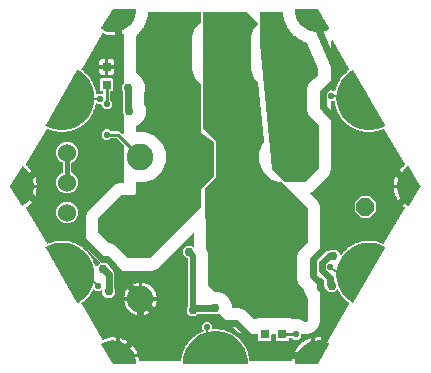
<source format=gbr>
G04 EAGLE Gerber RS-274X export*
G75*
%MOMM*%
%FSLAX34Y34*%
%LPD*%
%INTop Copper*%
%IPPOS*%
%AMOC8*
5,1,8,0,0,1.08239X$1,22.5*%
G01*
%ADD10C,1.000000*%
%ADD11C,2.250000*%
%ADD12R,0.800000X0.800000*%
%ADD13P,1.649562X8X22.500000*%
%ADD14C,1.524000*%
%ADD15C,1.981200*%
%ADD16C,0.750000*%
%ADD17C,0.609600*%
%ADD18C,0.254000*%
%ADD19C,0.554800*%
%ADD20C,0.508000*%
%ADD21C,0.406400*%
%ADD22C,0.203200*%

G36*
X76398Y35922D02*
X76398Y35922D01*
X76502Y35924D01*
X76521Y35931D01*
X76541Y35933D01*
X76636Y35973D01*
X76733Y36009D01*
X76749Y36021D01*
X76767Y36029D01*
X76898Y36134D01*
X78326Y37562D01*
X78379Y37636D01*
X78438Y37705D01*
X78451Y37735D01*
X78469Y37761D01*
X78496Y37848D01*
X78530Y37933D01*
X78535Y37974D01*
X78542Y37997D01*
X78541Y38029D01*
X78549Y38100D01*
X78549Y55687D01*
X78534Y55777D01*
X78527Y55868D01*
X78514Y55898D01*
X78509Y55930D01*
X78466Y56011D01*
X78431Y56095D01*
X78405Y56127D01*
X78394Y56147D01*
X78371Y56170D01*
X78360Y56182D01*
X78353Y56194D01*
X78346Y56201D01*
X78326Y56226D01*
X77246Y57305D01*
X75235Y62160D01*
X75235Y63164D01*
X75221Y63254D01*
X75213Y63345D01*
X75201Y63374D01*
X75196Y63406D01*
X75153Y63487D01*
X75117Y63571D01*
X75091Y63603D01*
X75080Y63624D01*
X75057Y63646D01*
X75012Y63702D01*
X71189Y67526D01*
X69178Y72380D01*
X69178Y91621D01*
X71189Y96476D01*
X75011Y100299D01*
X78326Y103613D01*
X78379Y103687D01*
X78438Y103756D01*
X78450Y103786D01*
X78469Y103813D01*
X78496Y103900D01*
X78530Y103984D01*
X78535Y104025D01*
X78542Y104048D01*
X78541Y104080D01*
X78549Y104151D01*
X78549Y131763D01*
X78534Y131853D01*
X78527Y131944D01*
X78514Y131973D01*
X78509Y132005D01*
X78466Y132086D01*
X78431Y132170D01*
X78405Y132202D01*
X78394Y132223D01*
X78371Y132245D01*
X78326Y132301D01*
X56698Y153929D01*
X56624Y153982D01*
X56554Y154041D01*
X56524Y154054D01*
X56498Y154072D01*
X56411Y154099D01*
X56326Y154133D01*
X56285Y154138D01*
X56263Y154145D01*
X56231Y154144D01*
X56159Y154152D01*
X54241Y154152D01*
X46372Y157411D01*
X40349Y163434D01*
X37089Y171304D01*
X37089Y179821D01*
X40349Y187691D01*
X40972Y188314D01*
X40975Y188318D01*
X40980Y188321D01*
X41047Y188418D01*
X41116Y188514D01*
X41117Y188519D01*
X41120Y188523D01*
X41153Y188636D01*
X41188Y188749D01*
X41188Y188754D01*
X41189Y188759D01*
X41192Y188927D01*
X36284Y238750D01*
X36270Y238802D01*
X36266Y238856D01*
X36239Y238920D01*
X36221Y238987D01*
X36191Y239033D01*
X36170Y239082D01*
X36102Y239168D01*
X36085Y239192D01*
X36076Y239199D01*
X36065Y239213D01*
X33026Y242252D01*
X29971Y249627D01*
X29971Y277423D01*
X33026Y284798D01*
X35463Y287235D01*
X35516Y287309D01*
X35576Y287378D01*
X35588Y287408D01*
X35607Y287435D01*
X35634Y287522D01*
X35668Y287606D01*
X35672Y287647D01*
X35679Y287670D01*
X35678Y287702D01*
X35686Y287773D01*
X35686Y288925D01*
X35672Y289015D01*
X35664Y289106D01*
X35652Y289136D01*
X35647Y289168D01*
X35604Y289248D01*
X35568Y289332D01*
X35542Y289364D01*
X35531Y289385D01*
X35508Y289407D01*
X35463Y289463D01*
X26338Y298589D01*
X26264Y298642D01*
X26194Y298701D01*
X26164Y298714D01*
X26138Y298732D01*
X26051Y298759D01*
X25966Y298793D01*
X25925Y298798D01*
X25903Y298805D01*
X25871Y298804D01*
X25799Y298812D01*
X-9525Y298812D01*
X-9545Y298809D01*
X-9564Y298811D01*
X-9666Y298789D01*
X-9768Y298772D01*
X-9785Y298763D01*
X-9805Y298758D01*
X-9894Y298705D01*
X-9985Y298657D01*
X-9999Y298643D01*
X-10016Y298632D01*
X-10083Y298554D01*
X-10155Y298479D01*
X-10163Y298461D01*
X-10176Y298445D01*
X-10215Y298349D01*
X-10258Y298256D01*
X-10260Y298236D01*
X-10268Y298217D01*
X-10286Y298051D01*
X-10286Y200025D01*
X-10272Y199935D01*
X-10264Y199844D01*
X-10252Y199814D01*
X-10247Y199782D01*
X-10204Y199702D01*
X-10168Y199618D01*
X-10142Y199586D01*
X-10131Y199565D01*
X-10108Y199543D01*
X-10063Y199487D01*
X826Y188597D01*
X826Y159065D01*
X-8476Y149763D01*
X-8534Y149683D01*
X-8596Y149606D01*
X-8605Y149583D01*
X-8619Y149564D01*
X-8648Y149469D01*
X-8684Y149376D01*
X-8686Y149346D01*
X-8692Y149328D01*
X-8691Y149296D01*
X-8699Y149209D01*
X-7628Y97825D01*
X-7618Y97768D01*
X-7617Y97710D01*
X-7589Y97614D01*
X-7583Y97583D01*
X-7576Y97570D01*
X-7570Y97549D01*
X-6349Y94601D01*
X-6349Y67501D01*
X-6335Y67410D01*
X-6327Y67320D01*
X-6315Y67290D01*
X-6310Y67258D01*
X-6267Y67177D01*
X-6231Y67093D01*
X-6205Y67061D01*
X-6194Y67040D01*
X-6171Y67018D01*
X-6126Y66962D01*
X-923Y61759D01*
X-849Y61706D01*
X-779Y61646D01*
X-749Y61634D01*
X-723Y61615D01*
X-636Y61588D01*
X-551Y61554D01*
X-510Y61550D01*
X-488Y61543D01*
X-456Y61544D01*
X-384Y61536D01*
X2767Y61536D01*
X7880Y59418D01*
X11793Y55505D01*
X13911Y50392D01*
X13911Y48895D01*
X13914Y48875D01*
X13912Y48856D01*
X13934Y48754D01*
X13950Y48652D01*
X13960Y48635D01*
X13964Y48615D01*
X14017Y48526D01*
X14066Y48435D01*
X14080Y48421D01*
X14090Y48404D01*
X14169Y48337D01*
X14244Y48265D01*
X14262Y48257D01*
X14277Y48244D01*
X14373Y48205D01*
X14467Y48162D01*
X14487Y48160D01*
X14505Y48152D01*
X14672Y48134D01*
X20349Y48134D01*
X25204Y46123D01*
X29026Y42300D01*
X29027Y42300D01*
X32556Y38771D01*
X32650Y38703D01*
X32745Y38633D01*
X32751Y38631D01*
X32756Y38627D01*
X32867Y38593D01*
X32979Y38557D01*
X32985Y38557D01*
X32991Y38555D01*
X33108Y38558D01*
X33224Y38559D01*
X33232Y38561D01*
X33237Y38561D01*
X33254Y38568D01*
X33386Y38606D01*
X35691Y39561D01*
X47734Y39561D01*
X48921Y39069D01*
X49010Y39048D01*
X49097Y39020D01*
X49129Y39020D01*
X49161Y39013D01*
X49251Y39021D01*
X49343Y39022D01*
X49382Y39034D01*
X49406Y39036D01*
X49435Y39049D01*
X49504Y39069D01*
X50691Y39561D01*
X62734Y39561D01*
X65554Y38393D01*
X65617Y38378D01*
X65678Y38353D01*
X65761Y38344D01*
X65793Y38337D01*
X65812Y38338D01*
X65845Y38335D01*
X70835Y38335D01*
X75589Y36366D01*
X75821Y36134D01*
X75837Y36122D01*
X75850Y36107D01*
X75937Y36050D01*
X76021Y35990D01*
X76040Y35984D01*
X76057Y35974D01*
X76157Y35948D01*
X76256Y35918D01*
X76276Y35918D01*
X76295Y35913D01*
X76398Y35922D01*
G37*
G36*
X-55472Y89741D02*
X-55472Y89741D01*
X-55382Y89748D01*
X-55352Y89761D01*
X-55320Y89766D01*
X-55239Y89809D01*
X-55155Y89844D01*
X-55123Y89870D01*
X-55102Y89881D01*
X-55080Y89904D01*
X-55024Y89949D01*
X-12162Y132812D01*
X-12109Y132886D01*
X-12049Y132955D01*
X-12037Y132985D01*
X-12018Y133011D01*
X-11991Y133098D01*
X-11957Y133183D01*
X-11953Y133224D01*
X-11946Y133247D01*
X-11947Y133279D01*
X-11939Y133350D01*
X-11939Y148910D01*
X-1049Y159799D01*
X-996Y159873D01*
X-937Y159943D01*
X-925Y159973D01*
X-906Y159999D01*
X-879Y160086D01*
X-845Y160171D01*
X-840Y160212D01*
X-833Y160234D01*
X-834Y160266D01*
X-826Y160338D01*
X-826Y187325D01*
X-831Y187356D01*
X-829Y187386D01*
X-851Y187476D01*
X-866Y187568D01*
X-880Y187595D01*
X-888Y187625D01*
X-938Y187703D01*
X-981Y187785D01*
X-1003Y187806D01*
X-1020Y187833D01*
X-1145Y187944D01*
X-11939Y195654D01*
X-11939Y236864D01*
X-11953Y236954D01*
X-11961Y237045D01*
X-11973Y237075D01*
X-11978Y237107D01*
X-12021Y237187D01*
X-12057Y237271D01*
X-12083Y237303D01*
X-12094Y237324D01*
X-12117Y237346D01*
X-12162Y237402D01*
X-17012Y242252D01*
X-20067Y249627D01*
X-20067Y277423D01*
X-17012Y284798D01*
X-12162Y289648D01*
X-12109Y289722D01*
X-12049Y289791D01*
X-12037Y289821D01*
X-12018Y289848D01*
X-11991Y289935D01*
X-11957Y290019D01*
X-11953Y290060D01*
X-11946Y290083D01*
X-11947Y290115D01*
X-11939Y290186D01*
X-11939Y298051D01*
X-11942Y298070D01*
X-11940Y298090D01*
X-11962Y298191D01*
X-11978Y298293D01*
X-11988Y298311D01*
X-11992Y298330D01*
X-12045Y298419D01*
X-12094Y298511D01*
X-12108Y298524D01*
X-12118Y298541D01*
X-12197Y298609D01*
X-12272Y298680D01*
X-12290Y298688D01*
X-12305Y298701D01*
X-12401Y298740D01*
X-12495Y298784D01*
X-12515Y298786D01*
X-12533Y298793D01*
X-12700Y298812D01*
X-56331Y298812D01*
X-56408Y298799D01*
X-56485Y298796D01*
X-56528Y298779D01*
X-56574Y298772D01*
X-56642Y298736D01*
X-56715Y298708D01*
X-56751Y298678D01*
X-56791Y298657D01*
X-56845Y298601D01*
X-56905Y298551D01*
X-56929Y298512D01*
X-56961Y298479D01*
X-56993Y298408D01*
X-57034Y298342D01*
X-57045Y298297D01*
X-57064Y298256D01*
X-57073Y298178D01*
X-57091Y298103D01*
X-57088Y298041D01*
X-57091Y298011D01*
X-57086Y297985D01*
X-57084Y297935D01*
X-56984Y297283D01*
X-57269Y296119D01*
X-57272Y296086D01*
X-57288Y295998D01*
X-57383Y294803D01*
X-57744Y294098D01*
X-57745Y294094D01*
X-57747Y294091D01*
X-57796Y293959D01*
X-57801Y293946D01*
X-57802Y293942D01*
X-57805Y293933D01*
X-57901Y293542D01*
X-57901Y293538D01*
X-57903Y293534D01*
X-57923Y293367D01*
X-57930Y292575D01*
X-58398Y291472D01*
X-58406Y291440D01*
X-58437Y291356D01*
X-58722Y290192D01*
X-59191Y289554D01*
X-59193Y289550D01*
X-59196Y289547D01*
X-59278Y289401D01*
X-59435Y289030D01*
X-59436Y289026D01*
X-59439Y289022D01*
X-59485Y288861D01*
X-59619Y288081D01*
X-60258Y287067D01*
X-60271Y287037D01*
X-60315Y286958D01*
X-60783Y285855D01*
X-61348Y285300D01*
X-61351Y285297D01*
X-61354Y285294D01*
X-61459Y285163D01*
X-61674Y284823D01*
X-61675Y284819D01*
X-61678Y284816D01*
X-61750Y284664D01*
X-62007Y283915D01*
X-62801Y283017D01*
X-62818Y282989D01*
X-62874Y282919D01*
X-63514Y281905D01*
X-64160Y281448D01*
X-64163Y281445D01*
X-64167Y281443D01*
X-64291Y281331D01*
X-64558Y281029D01*
X-64560Y281025D01*
X-64563Y281023D01*
X-64658Y280885D01*
X-65033Y280187D01*
X-65960Y279427D01*
X-65982Y279403D01*
X-66048Y279342D01*
X-66842Y278444D01*
X-67009Y278363D01*
X-67086Y278309D01*
X-67166Y278261D01*
X-67185Y278238D01*
X-67210Y278221D01*
X-67265Y278145D01*
X-67326Y278074D01*
X-67337Y278046D01*
X-67355Y278022D01*
X-67383Y277933D01*
X-67418Y277846D01*
X-67422Y277808D01*
X-67428Y277787D01*
X-67428Y277755D01*
X-67436Y277679D01*
X-67436Y247078D01*
X-67418Y246964D01*
X-67400Y246847D01*
X-67398Y246841D01*
X-67397Y246835D01*
X-67342Y246732D01*
X-67289Y246628D01*
X-67284Y246623D01*
X-67281Y246618D01*
X-67196Y246537D01*
X-67113Y246456D01*
X-67107Y246452D01*
X-67103Y246449D01*
X-67086Y246441D01*
X-66966Y246375D01*
X-65939Y245949D01*
X-62026Y242036D01*
X-59908Y236923D01*
X-59908Y231389D01*
X-60552Y229834D01*
X-60567Y229771D01*
X-60592Y229710D01*
X-60601Y229627D01*
X-60608Y229595D01*
X-60606Y229576D01*
X-60610Y229543D01*
X-60610Y220842D01*
X-60599Y220777D01*
X-60599Y220712D01*
X-60576Y220632D01*
X-60570Y220599D01*
X-60561Y220582D01*
X-60552Y220551D01*
X-59114Y217080D01*
X-59114Y211545D01*
X-61232Y206433D01*
X-65145Y202520D01*
X-66966Y201765D01*
X-67066Y201704D01*
X-67166Y201644D01*
X-67170Y201639D01*
X-67175Y201636D01*
X-67250Y201546D01*
X-67326Y201457D01*
X-67328Y201451D01*
X-67332Y201446D01*
X-67374Y201338D01*
X-67418Y201229D01*
X-67419Y201221D01*
X-67420Y201217D01*
X-67421Y201198D01*
X-67436Y201062D01*
X-67436Y197734D01*
X-67433Y197715D01*
X-67435Y197695D01*
X-67413Y197594D01*
X-67397Y197492D01*
X-67387Y197474D01*
X-67383Y197455D01*
X-67330Y197366D01*
X-67281Y197274D01*
X-67267Y197261D01*
X-67257Y197244D01*
X-67178Y197176D01*
X-67103Y197105D01*
X-67085Y197097D01*
X-67070Y197084D01*
X-66974Y197045D01*
X-66880Y197001D01*
X-66860Y196999D01*
X-66842Y196992D01*
X-66675Y196973D01*
X-59241Y196973D01*
X-51372Y193714D01*
X-45349Y187691D01*
X-42089Y179821D01*
X-42089Y171304D01*
X-45349Y163434D01*
X-51372Y157411D01*
X-59241Y154152D01*
X-66675Y154152D01*
X-66695Y154149D01*
X-66714Y154151D01*
X-66816Y154129D01*
X-66918Y154112D01*
X-66935Y154103D01*
X-66955Y154098D01*
X-67044Y154045D01*
X-67135Y153997D01*
X-67149Y153983D01*
X-67166Y153972D01*
X-67233Y153894D01*
X-67305Y153819D01*
X-67313Y153801D01*
X-67326Y153785D01*
X-67365Y153689D01*
X-67408Y153596D01*
X-67410Y153576D01*
X-67418Y153557D01*
X-67436Y153391D01*
X-67436Y144778D01*
X-68578Y143636D01*
X-79375Y143636D01*
X-79465Y143622D01*
X-79556Y143614D01*
X-79586Y143602D01*
X-79618Y143597D01*
X-79698Y143554D01*
X-79782Y143518D01*
X-79814Y143492D01*
X-79835Y143481D01*
X-79857Y143458D01*
X-79913Y143413D01*
X-98963Y124363D01*
X-99016Y124289D01*
X-99076Y124220D01*
X-99088Y124190D01*
X-99107Y124164D01*
X-99134Y124077D01*
X-99168Y123992D01*
X-99172Y123951D01*
X-99179Y123928D01*
X-99178Y123896D01*
X-99186Y123825D01*
X-99186Y111832D01*
X-99172Y111741D01*
X-99164Y111651D01*
X-99152Y111621D01*
X-99147Y111589D01*
X-99104Y111508D01*
X-99068Y111424D01*
X-99042Y111392D01*
X-99031Y111371D01*
X-99008Y111349D01*
X-98963Y111293D01*
X-90386Y102716D01*
X-90312Y102663D01*
X-90243Y102604D01*
X-90213Y102591D01*
X-90186Y102573D01*
X-90100Y102546D01*
X-90015Y102512D01*
X-89974Y102507D01*
X-89951Y102500D01*
X-89919Y102501D01*
X-89848Y102493D01*
X-89175Y102493D01*
X-84321Y100482D01*
X-75730Y91892D01*
X-75086Y90337D01*
X-75052Y90281D01*
X-75026Y90221D01*
X-74974Y90156D01*
X-74956Y90128D01*
X-74941Y90115D01*
X-74921Y90090D01*
X-74780Y89949D01*
X-74706Y89896D01*
X-74637Y89837D01*
X-74607Y89825D01*
X-74581Y89806D01*
X-74494Y89779D01*
X-74409Y89745D01*
X-74368Y89740D01*
X-74346Y89733D01*
X-74313Y89734D01*
X-74242Y89726D01*
X-55563Y89726D01*
X-55472Y89741D01*
G37*
G36*
X-67572Y319D02*
X-67572Y319D01*
X-67544Y316D01*
X-67476Y339D01*
X-67405Y353D01*
X-67382Y369D01*
X-67355Y378D01*
X-67300Y425D01*
X-67241Y465D01*
X-67226Y489D01*
X-67205Y508D01*
X-67173Y572D01*
X-67134Y633D01*
X-67129Y661D01*
X-67117Y686D01*
X-67108Y788D01*
X-67101Y829D01*
X-67103Y839D01*
X-67102Y852D01*
X-67345Y3902D01*
X-67354Y3935D01*
X-67358Y3982D01*
X-67899Y6189D01*
X-65216Y6189D01*
X-64931Y5121D01*
X-64717Y3476D01*
X-64690Y3386D01*
X-64670Y3295D01*
X-64655Y3269D01*
X-64646Y3240D01*
X-64592Y3164D01*
X-64544Y3084D01*
X-64521Y3064D01*
X-64504Y3040D01*
X-64428Y2985D01*
X-64357Y2924D01*
X-64329Y2912D01*
X-64305Y2895D01*
X-64216Y2867D01*
X-64129Y2832D01*
X-64091Y2828D01*
X-64070Y2821D01*
X-64038Y2822D01*
X-63962Y2813D01*
X-29587Y2813D01*
X-29475Y2832D01*
X-29361Y2848D01*
X-29353Y2852D01*
X-29344Y2853D01*
X-29244Y2906D01*
X-29141Y2958D01*
X-29134Y2964D01*
X-29127Y2968D01*
X-29048Y3051D01*
X-28967Y3132D01*
X-28963Y3140D01*
X-28957Y3146D01*
X-28909Y3250D01*
X-28859Y3353D01*
X-28857Y3363D01*
X-28854Y3369D01*
X-28851Y3392D01*
X-28828Y3518D01*
X-28786Y4074D01*
X-28789Y4108D01*
X-28784Y4143D01*
X-28800Y4230D01*
X-28807Y4319D01*
X-28821Y4351D01*
X-28828Y4385D01*
X-28862Y4456D01*
X-28719Y5084D01*
X-28717Y5117D01*
X-28702Y5196D01*
X-28654Y5835D01*
X-28613Y5894D01*
X-28556Y5962D01*
X-28543Y5994D01*
X-28524Y6022D01*
X-28468Y6181D01*
X-27978Y8328D01*
X-27976Y8362D01*
X-27966Y8395D01*
X-27969Y8484D01*
X-27963Y8573D01*
X-27972Y8607D01*
X-27973Y8641D01*
X-27997Y8717D01*
X-27762Y9316D01*
X-27755Y9348D01*
X-27728Y9425D01*
X-27586Y10049D01*
X-27536Y10101D01*
X-27470Y10160D01*
X-27452Y10190D01*
X-27428Y10216D01*
X-27350Y10364D01*
X-26546Y12414D01*
X-26539Y12448D01*
X-26524Y12479D01*
X-26513Y12567D01*
X-26494Y12654D01*
X-26498Y12689D01*
X-26494Y12723D01*
X-26506Y12802D01*
X-26184Y13359D01*
X-26172Y13390D01*
X-26135Y13462D01*
X-25901Y14058D01*
X-25844Y14102D01*
X-25770Y14150D01*
X-25748Y14177D01*
X-25721Y14198D01*
X-25621Y14334D01*
X-24520Y16241D01*
X-24508Y16273D01*
X-24489Y16302D01*
X-24465Y16387D01*
X-24433Y16471D01*
X-24432Y16505D01*
X-24423Y16539D01*
X-24423Y16618D01*
X-24022Y17121D01*
X-24005Y17150D01*
X-23957Y17215D01*
X-23637Y17770D01*
X-23575Y17805D01*
X-23494Y17842D01*
X-23469Y17865D01*
X-23438Y17882D01*
X-23320Y18001D01*
X-21947Y19723D01*
X-21930Y19753D01*
X-21907Y19778D01*
X-21870Y19860D01*
X-21827Y19937D01*
X-21820Y19971D01*
X-21806Y20003D01*
X-21794Y20082D01*
X-21323Y20519D01*
X-21302Y20545D01*
X-21245Y20603D01*
X-20846Y21104D01*
X-20813Y21116D01*
X-20771Y21123D01*
X-20737Y21141D01*
X-20693Y21153D01*
X-20665Y21173D01*
X-20632Y21185D01*
X-20579Y21225D01*
X-20554Y21238D01*
X-20536Y21256D01*
X-20498Y21285D01*
X-18883Y22783D01*
X-18862Y22810D01*
X-18835Y22832D01*
X-18787Y22907D01*
X-18733Y22977D01*
X-18721Y23010D01*
X-18702Y23039D01*
X-18679Y23115D01*
X-18147Y23477D01*
X-18123Y23500D01*
X-18098Y23519D01*
X-18092Y23522D01*
X-18088Y23526D01*
X-18058Y23548D01*
X-17589Y23984D01*
X-17519Y23999D01*
X-17431Y24010D01*
X-17399Y24025D01*
X-17365Y24033D01*
X-17217Y24111D01*
X-15398Y25352D01*
X-15373Y25376D01*
X-15343Y25393D01*
X-15284Y25460D01*
X-15220Y25521D01*
X-15204Y25552D01*
X-15181Y25578D01*
X-15147Y25650D01*
X-14567Y25929D01*
X-14540Y25948D01*
X-14468Y25986D01*
X-13939Y26346D01*
X-13867Y26351D01*
X-13779Y26349D01*
X-13745Y26359D01*
X-13711Y26361D01*
X-13553Y26417D01*
X-11569Y27373D01*
X-11540Y27392D01*
X-11508Y27405D01*
X-11440Y27463D01*
X-11367Y27514D01*
X-11347Y27542D01*
X-11320Y27564D01*
X-11276Y27630D01*
X-10661Y27819D01*
X-10631Y27834D01*
X-10555Y27861D01*
X-10428Y27922D01*
X-10408Y27936D01*
X-10385Y27944D01*
X-10308Y28006D01*
X-10227Y28063D01*
X-10212Y28083D01*
X-10193Y28098D01*
X-10140Y28181D01*
X-10081Y28261D01*
X-10073Y28284D01*
X-10060Y28305D01*
X-10036Y28401D01*
X-10006Y28495D01*
X-10006Y28520D01*
X-10000Y28543D01*
X-10008Y28642D01*
X-10009Y28741D01*
X-10017Y28764D01*
X-10019Y28789D01*
X-10058Y28880D01*
X-10091Y28973D01*
X-10106Y28992D01*
X-10115Y29015D01*
X-10220Y29146D01*
X-11181Y30106D01*
X-11181Y33668D01*
X-8663Y36186D01*
X-5101Y36186D01*
X-2583Y33668D01*
X-2583Y30584D01*
X-2571Y30508D01*
X-2568Y30432D01*
X-2551Y30388D01*
X-2543Y30341D01*
X-2508Y30273D01*
X-2480Y30202D01*
X-2450Y30165D01*
X-2428Y30124D01*
X-2373Y30071D01*
X-2324Y30012D01*
X-2284Y29987D01*
X-2250Y29954D01*
X-2181Y29922D01*
X-2115Y29882D01*
X-2070Y29871D01*
X-2027Y29851D01*
X-1951Y29842D01*
X-1876Y29825D01*
X-1813Y29827D01*
X-1783Y29824D01*
X-1757Y29829D01*
X-1709Y29831D01*
X-1480Y29866D01*
X-1413Y29839D01*
X-1334Y29798D01*
X-1300Y29793D01*
X-1268Y29780D01*
X-1101Y29762D01*
X1101Y29762D01*
X1135Y29767D01*
X1170Y29765D01*
X1256Y29787D01*
X1344Y29801D01*
X1374Y29818D01*
X1408Y29826D01*
X1477Y29866D01*
X2113Y29770D01*
X2146Y29771D01*
X2227Y29762D01*
X2867Y29762D01*
X2929Y29725D01*
X3001Y29673D01*
X3034Y29663D01*
X3064Y29646D01*
X3226Y29602D01*
X5403Y29274D01*
X5438Y29275D01*
X5472Y29267D01*
X5560Y29276D01*
X5649Y29277D01*
X5682Y29289D01*
X5717Y29292D01*
X5790Y29322D01*
X6405Y29132D01*
X6438Y29127D01*
X6516Y29107D01*
X7150Y29011D01*
X7205Y28966D01*
X7269Y28904D01*
X7300Y28889D01*
X7327Y28867D01*
X7481Y28800D01*
X9585Y28151D01*
X9619Y28146D01*
X9652Y28134D01*
X9741Y28130D01*
X9829Y28118D01*
X9863Y28124D01*
X9897Y28122D01*
X9975Y28140D01*
X10555Y27861D01*
X10586Y27852D01*
X10661Y27819D01*
X11272Y27631D01*
X11321Y27578D01*
X11374Y27507D01*
X11403Y27487D01*
X11426Y27462D01*
X11569Y27373D01*
X13553Y26417D01*
X13586Y26407D01*
X13616Y26390D01*
X13703Y26373D01*
X13788Y26348D01*
X13823Y26349D01*
X13857Y26342D01*
X13936Y26348D01*
X14468Y25986D01*
X14498Y25972D01*
X14567Y25929D01*
X15144Y25651D01*
X15183Y25591D01*
X15226Y25513D01*
X15251Y25490D01*
X15271Y25461D01*
X15398Y25352D01*
X17217Y24111D01*
X17249Y24097D01*
X17276Y24075D01*
X17360Y24045D01*
X17440Y24007D01*
X17475Y24004D01*
X17507Y23992D01*
X17587Y23986D01*
X18058Y23548D01*
X18086Y23530D01*
X18147Y23477D01*
X18676Y23117D01*
X18687Y23095D01*
X18688Y23087D01*
X18697Y23072D01*
X18707Y23052D01*
X18737Y22968D01*
X18759Y22941D01*
X18774Y22910D01*
X18883Y22783D01*
X20498Y21285D01*
X20526Y21266D01*
X20550Y21240D01*
X20588Y21220D01*
X20619Y21194D01*
X20660Y21177D01*
X20703Y21149D01*
X20736Y21140D01*
X20766Y21124D01*
X20827Y21110D01*
X20847Y21102D01*
X21245Y20603D01*
X21251Y20598D01*
X21254Y20592D01*
X21276Y20574D01*
X21323Y20519D01*
X21792Y20084D01*
X21813Y20015D01*
X21830Y19928D01*
X21848Y19898D01*
X21857Y19865D01*
X21947Y19723D01*
X23320Y18001D01*
X23345Y17978D01*
X23365Y17949D01*
X23437Y17896D01*
X23502Y17836D01*
X23534Y17822D01*
X23562Y17802D01*
X23636Y17773D01*
X23957Y17215D01*
X23978Y17190D01*
X24022Y17121D01*
X24421Y16621D01*
X24431Y16550D01*
X24435Y16461D01*
X24448Y16429D01*
X24453Y16394D01*
X24520Y16241D01*
X25621Y14334D01*
X25643Y14307D01*
X25658Y14276D01*
X25721Y14212D01*
X25777Y14143D01*
X25806Y14125D01*
X25831Y14100D01*
X25900Y14061D01*
X26135Y13462D01*
X26151Y13433D01*
X26184Y13359D01*
X26504Y12804D01*
X26504Y12733D01*
X26495Y12644D01*
X26502Y12610D01*
X26502Y12576D01*
X26546Y12414D01*
X27350Y10364D01*
X27368Y10334D01*
X27378Y10301D01*
X27430Y10229D01*
X27476Y10153D01*
X27502Y10130D01*
X27523Y10102D01*
X27585Y10052D01*
X27728Y9425D01*
X27740Y9394D01*
X27762Y9316D01*
X27995Y8720D01*
X27984Y8649D01*
X27962Y8563D01*
X27965Y8529D01*
X27959Y8494D01*
X27978Y8328D01*
X28468Y6181D01*
X28481Y6149D01*
X28487Y6115D01*
X28528Y6035D01*
X28561Y5953D01*
X28584Y5927D01*
X28600Y5896D01*
X28654Y5838D01*
X28702Y5196D01*
X28710Y5164D01*
X28719Y5084D01*
X28861Y4459D01*
X28840Y4391D01*
X28805Y4309D01*
X28803Y4274D01*
X28792Y4241D01*
X28786Y4074D01*
X28828Y3518D01*
X28855Y3406D01*
X28879Y3295D01*
X28883Y3287D01*
X28885Y3279D01*
X28946Y3182D01*
X29005Y3084D01*
X29012Y3078D01*
X29016Y3070D01*
X29105Y2998D01*
X29192Y2924D01*
X29200Y2920D01*
X29207Y2915D01*
X29314Y2875D01*
X29420Y2832D01*
X29431Y2831D01*
X29437Y2828D01*
X29460Y2827D01*
X29587Y2813D01*
X63962Y2813D01*
X64055Y2828D01*
X64148Y2836D01*
X64175Y2848D01*
X64205Y2853D01*
X64288Y2897D01*
X64374Y2934D01*
X64396Y2954D01*
X64422Y2968D01*
X64487Y3036D01*
X64556Y3099D01*
X64571Y3125D01*
X64592Y3146D01*
X64631Y3231D01*
X64677Y3313D01*
X64686Y3350D01*
X64695Y3369D01*
X64699Y3402D01*
X64717Y3476D01*
X64931Y5121D01*
X65216Y6189D01*
X67899Y6189D01*
X67358Y3982D01*
X67356Y3948D01*
X67345Y3902D01*
X67102Y852D01*
X67106Y824D01*
X67101Y796D01*
X67118Y726D01*
X67126Y655D01*
X67141Y630D01*
X67147Y603D01*
X67190Y545D01*
X67226Y482D01*
X67248Y465D01*
X67265Y442D01*
X67327Y406D01*
X67384Y362D01*
X67412Y355D01*
X67436Y341D01*
X67536Y324D01*
X67577Y314D01*
X67587Y315D01*
X67600Y313D01*
X86600Y313D01*
X86676Y329D01*
X86754Y337D01*
X86773Y348D01*
X86795Y353D01*
X86859Y397D01*
X86927Y435D01*
X86943Y454D01*
X86959Y465D01*
X86983Y503D01*
X87033Y563D01*
X96533Y17063D01*
X96542Y17091D01*
X96558Y17114D01*
X96573Y17184D01*
X96596Y17252D01*
X96593Y17281D01*
X96599Y17309D01*
X96586Y17379D01*
X96580Y17450D01*
X96567Y17476D01*
X96561Y17504D01*
X96521Y17563D01*
X96488Y17627D01*
X96466Y17645D01*
X96450Y17669D01*
X96367Y17726D01*
X96335Y17753D01*
X96324Y17756D01*
X96314Y17764D01*
X93548Y19072D01*
X93515Y19080D01*
X93472Y19101D01*
X90532Y19948D01*
X90498Y19951D01*
X90454Y19964D01*
X87416Y20330D01*
X87382Y20327D01*
X87335Y20333D01*
X84278Y20206D01*
X84245Y20198D01*
X84198Y20196D01*
X84123Y20181D01*
X84123Y22752D01*
X85141Y22887D01*
X88032Y22891D01*
X90899Y22517D01*
X93692Y21772D01*
X95255Y21127D01*
X95320Y21112D01*
X95345Y21102D01*
X95365Y21099D01*
X95434Y21078D01*
X95464Y21078D01*
X95494Y21071D01*
X95587Y21080D01*
X95680Y21081D01*
X95708Y21092D01*
X95739Y21095D01*
X95824Y21132D01*
X95911Y21163D01*
X95936Y21182D01*
X95964Y21195D01*
X96007Y21235D01*
X96013Y21238D01*
X96032Y21258D01*
X96105Y21315D01*
X96128Y21346D01*
X96145Y21361D01*
X96160Y21390D01*
X96170Y21403D01*
X96183Y21416D01*
X96188Y21427D01*
X96205Y21450D01*
X113367Y51177D01*
X113407Y51284D01*
X113415Y51302D01*
X113427Y51328D01*
X113427Y51334D01*
X113450Y51390D01*
X113451Y51399D01*
X113454Y51407D01*
X113458Y51521D01*
X113465Y51635D01*
X113462Y51644D01*
X113463Y51652D01*
X113430Y51762D01*
X113400Y51873D01*
X113395Y51880D01*
X113393Y51888D01*
X113327Y51982D01*
X113263Y52077D01*
X113255Y52084D01*
X113251Y52090D01*
X113233Y52103D01*
X113136Y52186D01*
X112681Y52496D01*
X112649Y52511D01*
X112622Y52533D01*
X112538Y52563D01*
X112458Y52600D01*
X112423Y52604D01*
X112391Y52616D01*
X112312Y52622D01*
X111840Y53059D01*
X111812Y53077D01*
X111751Y53130D01*
X111221Y53491D01*
X111191Y53556D01*
X111160Y53639D01*
X111139Y53666D01*
X111124Y53698D01*
X111014Y53825D01*
X109398Y55323D01*
X109369Y55342D01*
X109345Y55368D01*
X109267Y55410D01*
X109193Y55459D01*
X109160Y55468D01*
X109129Y55485D01*
X109052Y55502D01*
X108650Y56005D01*
X108626Y56027D01*
X108573Y56089D01*
X108103Y56524D01*
X108083Y56593D01*
X108065Y56680D01*
X108048Y56710D01*
X108038Y56743D01*
X107948Y56885D01*
X106573Y58608D01*
X106548Y58631D01*
X106528Y58660D01*
X106457Y58713D01*
X106391Y58773D01*
X106359Y58787D01*
X106331Y58807D01*
X106257Y58836D01*
X105935Y59393D01*
X105914Y59419D01*
X105871Y59488D01*
X105472Y59988D01*
X105462Y60059D01*
X105457Y60148D01*
X105445Y60180D01*
X105440Y60214D01*
X105372Y60368D01*
X104270Y62277D01*
X104248Y62304D01*
X104232Y62335D01*
X104170Y62398D01*
X104114Y62467D01*
X104084Y62485D01*
X104060Y62510D01*
X103991Y62550D01*
X103774Y63102D01*
X103747Y63147D01*
X103729Y63197D01*
X103685Y63252D01*
X103649Y63313D01*
X103609Y63347D01*
X103576Y63389D01*
X103516Y63427D01*
X103462Y63473D01*
X103413Y63493D01*
X103369Y63522D01*
X103300Y63539D01*
X103234Y63566D01*
X103181Y63569D01*
X103130Y63582D01*
X103059Y63576D01*
X102989Y63580D01*
X102938Y63567D01*
X102885Y63563D01*
X102820Y63535D01*
X102751Y63516D01*
X102707Y63487D01*
X102659Y63466D01*
X102570Y63396D01*
X102547Y63380D01*
X102540Y63372D01*
X102528Y63361D01*
X100538Y61372D01*
X96169Y61372D01*
X93079Y64462D01*
X93079Y65140D01*
X93064Y65230D01*
X93057Y65321D01*
X93044Y65350D01*
X93039Y65382D01*
X92996Y65463D01*
X92961Y65547D01*
X92935Y65579D01*
X92924Y65600D01*
X92901Y65622D01*
X92856Y65678D01*
X92193Y66340D01*
X92193Y70783D01*
X92178Y70873D01*
X92171Y70964D01*
X92159Y70993D01*
X92153Y71025D01*
X92111Y71106D01*
X92075Y71190D01*
X92049Y71222D01*
X92038Y71243D01*
X92015Y71265D01*
X91970Y71321D01*
X90010Y73281D01*
X89952Y73323D01*
X89900Y73373D01*
X89852Y73395D01*
X89810Y73425D01*
X89742Y73446D01*
X89676Y73476D01*
X89625Y73482D01*
X89575Y73497D01*
X89503Y73495D01*
X89432Y73503D01*
X89381Y73492D01*
X89329Y73491D01*
X89262Y73466D01*
X89192Y73451D01*
X89147Y73424D01*
X89098Y73407D01*
X89042Y73362D01*
X88981Y73325D01*
X88947Y73285D01*
X88906Y73253D01*
X88867Y73193D01*
X88821Y73138D01*
X88801Y73090D01*
X88773Y73046D01*
X88756Y72976D01*
X88729Y72910D01*
X88721Y72839D01*
X88713Y72807D01*
X88715Y72784D01*
X88710Y72743D01*
X88710Y35927D01*
X87047Y31913D01*
X82387Y27253D01*
X78373Y25590D01*
X73322Y25590D01*
X73303Y25587D01*
X73283Y25589D01*
X73182Y25567D01*
X73080Y25550D01*
X73062Y25541D01*
X73043Y25536D01*
X72954Y25483D01*
X72862Y25435D01*
X72849Y25421D01*
X72832Y25410D01*
X72764Y25332D01*
X72693Y25257D01*
X72685Y25239D01*
X72672Y25223D01*
X72633Y25127D01*
X72589Y25034D01*
X72587Y25014D01*
X72580Y24995D01*
X72561Y24829D01*
X72561Y23619D01*
X70043Y21101D01*
X66482Y21101D01*
X65201Y22382D01*
X65127Y22435D01*
X65057Y22495D01*
X65027Y22507D01*
X65001Y22526D01*
X64914Y22553D01*
X64829Y22587D01*
X64788Y22591D01*
X64766Y22598D01*
X64734Y22597D01*
X64663Y22605D01*
X62998Y22605D01*
X62979Y22602D01*
X62959Y22604D01*
X62858Y22582D01*
X62756Y22566D01*
X62738Y22556D01*
X62719Y22552D01*
X62630Y22499D01*
X62538Y22450D01*
X62525Y22436D01*
X62508Y22426D01*
X62440Y22347D01*
X62369Y22272D01*
X62361Y22254D01*
X62348Y22239D01*
X62309Y22143D01*
X62265Y22049D01*
X62263Y22029D01*
X62256Y22011D01*
X62237Y21844D01*
X62237Y20768D01*
X61344Y19875D01*
X52081Y19875D01*
X51188Y20768D01*
X51188Y24829D01*
X51185Y24848D01*
X51187Y24868D01*
X51165Y24969D01*
X51148Y25071D01*
X51139Y25089D01*
X51134Y25108D01*
X51081Y25197D01*
X51033Y25289D01*
X51019Y25302D01*
X51008Y25319D01*
X50930Y25387D01*
X50855Y25458D01*
X50837Y25466D01*
X50821Y25479D01*
X50725Y25518D01*
X50632Y25562D01*
X50612Y25564D01*
X50593Y25571D01*
X50427Y25590D01*
X47998Y25590D01*
X47979Y25587D01*
X47959Y25589D01*
X47858Y25567D01*
X47756Y25550D01*
X47738Y25541D01*
X47719Y25536D01*
X47630Y25483D01*
X47538Y25435D01*
X47525Y25421D01*
X47508Y25410D01*
X47440Y25332D01*
X47369Y25257D01*
X47361Y25239D01*
X47348Y25223D01*
X47309Y25127D01*
X47265Y25034D01*
X47263Y25014D01*
X47256Y24995D01*
X47237Y24829D01*
X47237Y20768D01*
X46344Y19875D01*
X37081Y19875D01*
X36188Y20768D01*
X36188Y24829D01*
X36185Y24848D01*
X36187Y24868D01*
X36165Y24969D01*
X36148Y25071D01*
X36139Y25089D01*
X36134Y25108D01*
X36081Y25197D01*
X36033Y25289D01*
X36019Y25302D01*
X36008Y25319D01*
X35930Y25387D01*
X35855Y25458D01*
X35837Y25466D01*
X35821Y25479D01*
X35725Y25518D01*
X35632Y25562D01*
X35612Y25564D01*
X35593Y25571D01*
X35427Y25590D01*
X23227Y25590D01*
X19213Y27253D01*
X16033Y30432D01*
X3688Y42777D01*
X3672Y42789D01*
X3660Y42804D01*
X3572Y42860D01*
X3489Y42921D01*
X3470Y42927D01*
X3453Y42937D01*
X3352Y42963D01*
X3253Y42993D01*
X3234Y42993D01*
X3214Y42997D01*
X3111Y42989D01*
X3008Y42987D01*
X2989Y42980D01*
X2969Y42978D01*
X2874Y42938D01*
X2777Y42902D01*
X2761Y42890D01*
X2743Y42882D01*
X2612Y42777D01*
X2185Y42350D01*
X-2185Y42350D01*
X-2664Y42829D01*
X-2738Y42882D01*
X-2807Y42942D01*
X-2837Y42954D01*
X-2864Y42973D01*
X-2951Y43000D01*
X-3035Y43034D01*
X-3076Y43038D01*
X-3099Y43045D01*
X-3131Y43044D01*
X-3202Y43052D01*
X-14260Y43052D01*
X-14350Y43038D01*
X-14441Y43030D01*
X-14471Y43018D01*
X-14503Y43013D01*
X-14584Y42970D01*
X-14668Y42934D01*
X-14700Y42908D01*
X-14720Y42897D01*
X-14743Y42874D01*
X-14799Y42829D01*
X-16865Y40763D01*
X-21235Y40763D01*
X-24325Y43853D01*
X-24325Y48222D01*
X-23338Y49209D01*
X-23285Y49283D01*
X-23225Y49353D01*
X-23213Y49383D01*
X-23194Y49409D01*
X-23167Y49496D01*
X-23133Y49581D01*
X-23129Y49622D01*
X-23122Y49644D01*
X-23123Y49676D01*
X-23115Y49748D01*
X-23115Y89214D01*
X-23118Y89234D01*
X-23116Y89253D01*
X-23138Y89355D01*
X-23154Y89457D01*
X-23164Y89474D01*
X-23168Y89494D01*
X-23221Y89583D01*
X-23270Y89674D01*
X-23284Y89688D01*
X-23294Y89705D01*
X-23373Y89772D01*
X-23448Y89844D01*
X-23466Y89852D01*
X-23481Y89865D01*
X-23577Y89904D01*
X-23671Y89947D01*
X-23691Y89949D01*
X-23709Y89957D01*
X-23876Y89975D01*
X-24410Y89975D01*
X-27500Y93065D01*
X-27500Y97435D01*
X-24410Y100525D01*
X-20040Y100525D01*
X-19140Y99625D01*
X-19076Y99578D01*
X-19017Y99525D01*
X-18976Y99507D01*
X-18940Y99481D01*
X-18865Y99458D01*
X-18792Y99426D01*
X-18748Y99422D01*
X-18705Y99409D01*
X-18626Y99411D01*
X-18547Y99404D01*
X-18504Y99414D01*
X-18459Y99415D01*
X-18385Y99443D01*
X-18307Y99461D01*
X-18270Y99484D01*
X-18228Y99500D01*
X-18166Y99549D01*
X-18099Y99592D01*
X-18071Y99626D01*
X-18036Y99653D01*
X-17993Y99720D01*
X-17943Y99782D01*
X-17927Y99823D01*
X-17903Y99860D01*
X-17884Y99937D01*
X-17856Y100012D01*
X-17851Y100070D01*
X-17843Y100099D01*
X-17846Y100126D01*
X-17841Y100179D01*
X-18060Y110721D01*
X-18072Y110784D01*
X-18074Y110847D01*
X-18094Y110904D01*
X-18105Y110963D01*
X-18136Y111018D01*
X-18158Y111078D01*
X-18196Y111125D01*
X-18225Y111178D01*
X-18272Y111220D01*
X-18312Y111270D01*
X-18362Y111303D01*
X-18407Y111343D01*
X-18465Y111369D01*
X-18519Y111403D01*
X-18577Y111418D01*
X-18632Y111442D01*
X-18695Y111448D01*
X-18757Y111463D01*
X-18817Y111459D01*
X-18877Y111464D01*
X-18939Y111449D01*
X-19003Y111444D01*
X-19058Y111421D01*
X-19116Y111407D01*
X-19170Y111373D01*
X-19229Y111348D01*
X-19296Y111294D01*
X-19324Y111276D01*
X-19336Y111262D01*
X-19360Y111243D01*
X-49375Y81228D01*
X-53390Y79565D01*
X-85548Y79565D01*
X-85618Y79553D01*
X-85690Y79551D01*
X-85739Y79533D01*
X-85790Y79525D01*
X-85854Y79492D01*
X-85921Y79467D01*
X-85962Y79434D01*
X-86008Y79410D01*
X-86057Y79358D01*
X-86113Y79313D01*
X-86141Y79269D01*
X-86177Y79232D01*
X-86207Y79167D01*
X-86246Y79106D01*
X-86259Y79056D01*
X-86281Y79009D01*
X-86289Y78937D01*
X-86306Y78868D01*
X-86302Y78816D01*
X-86308Y78764D01*
X-86293Y78694D01*
X-86287Y78622D01*
X-86267Y78575D01*
X-86256Y78524D01*
X-86219Y78462D01*
X-86191Y78396D01*
X-86146Y78340D01*
X-86129Y78313D01*
X-86112Y78297D01*
X-86086Y78265D01*
X-85915Y78094D01*
X-85915Y65115D01*
X-85900Y65025D01*
X-85893Y64934D01*
X-85880Y64904D01*
X-85875Y64872D01*
X-85832Y64791D01*
X-85797Y64707D01*
X-85771Y64675D01*
X-85760Y64655D01*
X-85737Y64632D01*
X-85692Y64576D01*
X-85213Y64097D01*
X-85213Y59728D01*
X-88303Y56638D01*
X-92672Y56638D01*
X-95762Y59728D01*
X-95762Y62233D01*
X-95774Y62304D01*
X-95776Y62375D01*
X-95794Y62424D01*
X-95802Y62476D01*
X-95836Y62539D01*
X-95860Y62606D01*
X-95893Y62647D01*
X-95917Y62693D01*
X-95969Y62742D01*
X-96014Y62798D01*
X-96058Y62827D01*
X-96095Y62862D01*
X-96160Y62893D01*
X-96221Y62931D01*
X-96271Y62944D01*
X-96318Y62966D01*
X-96390Y62974D01*
X-96459Y62991D01*
X-96511Y62987D01*
X-96563Y62993D01*
X-96633Y62978D01*
X-96704Y62972D01*
X-96752Y62952D01*
X-96803Y62941D01*
X-96865Y62904D01*
X-96931Y62876D01*
X-96987Y62831D01*
X-97014Y62815D01*
X-97030Y62797D01*
X-97062Y62771D01*
X-97710Y62123D01*
X-101271Y62123D01*
X-102523Y63374D01*
X-102565Y63405D01*
X-102602Y63444D01*
X-102665Y63477D01*
X-102722Y63518D01*
X-102773Y63533D01*
X-102820Y63558D01*
X-102890Y63569D01*
X-102957Y63590D01*
X-103010Y63589D01*
X-103062Y63597D01*
X-103132Y63586D01*
X-103203Y63584D01*
X-103253Y63566D01*
X-103305Y63557D01*
X-103368Y63524D01*
X-103434Y63500D01*
X-103476Y63466D01*
X-103522Y63442D01*
X-103571Y63390D01*
X-103626Y63346D01*
X-103655Y63301D01*
X-103691Y63263D01*
X-103744Y63163D01*
X-103759Y63139D01*
X-103762Y63129D01*
X-103769Y63114D01*
X-103990Y62553D01*
X-104047Y62508D01*
X-104121Y62460D01*
X-104143Y62433D01*
X-104170Y62412D01*
X-104270Y62277D01*
X-105372Y60368D01*
X-105385Y60336D01*
X-105404Y60307D01*
X-105428Y60221D01*
X-105459Y60138D01*
X-105461Y60103D01*
X-105470Y60070D01*
X-105470Y59991D01*
X-105871Y59488D01*
X-105887Y59459D01*
X-105935Y59393D01*
X-106256Y58839D01*
X-106318Y58804D01*
X-106399Y58767D01*
X-106425Y58744D01*
X-106455Y58727D01*
X-106573Y58608D01*
X-107948Y56885D01*
X-107965Y56855D01*
X-107989Y56829D01*
X-108025Y56748D01*
X-108068Y56670D01*
X-108075Y56636D01*
X-108089Y56605D01*
X-108101Y56526D01*
X-108573Y56089D01*
X-108593Y56063D01*
X-108650Y56005D01*
X-109050Y55505D01*
X-109116Y55479D01*
X-109202Y55455D01*
X-109231Y55435D01*
X-109263Y55423D01*
X-109398Y55323D01*
X-111014Y53825D01*
X-111035Y53797D01*
X-111063Y53776D01*
X-111111Y53701D01*
X-111165Y53630D01*
X-111177Y53598D01*
X-111195Y53569D01*
X-111219Y53493D01*
X-111751Y53130D01*
X-111775Y53107D01*
X-111840Y53059D01*
X-112309Y52624D01*
X-112379Y52609D01*
X-112467Y52598D01*
X-112499Y52583D01*
X-112533Y52575D01*
X-112681Y52496D01*
X-113136Y52186D01*
X-113219Y52107D01*
X-113304Y52030D01*
X-113308Y52023D01*
X-113314Y52017D01*
X-113368Y51916D01*
X-113423Y51816D01*
X-113425Y51807D01*
X-113429Y51799D01*
X-113447Y51686D01*
X-113468Y51574D01*
X-113467Y51565D01*
X-113469Y51557D01*
X-113450Y51444D01*
X-113434Y51330D01*
X-113430Y51321D01*
X-113429Y51314D01*
X-113418Y51294D01*
X-113403Y51259D01*
X-113402Y51253D01*
X-113397Y51246D01*
X-113367Y51177D01*
X-96205Y21450D01*
X-96160Y21396D01*
X-96135Y21354D01*
X-96119Y21340D01*
X-96093Y21302D01*
X-96068Y21283D01*
X-96049Y21260D01*
X-95970Y21210D01*
X-95951Y21196D01*
X-95948Y21194D01*
X-95947Y21193D01*
X-95896Y21155D01*
X-95866Y21145D01*
X-95840Y21129D01*
X-95750Y21107D01*
X-95662Y21078D01*
X-95631Y21079D01*
X-95601Y21071D01*
X-95509Y21080D01*
X-95416Y21080D01*
X-95378Y21091D01*
X-95356Y21093D01*
X-95327Y21106D01*
X-95255Y21127D01*
X-93692Y21772D01*
X-90899Y22517D01*
X-88032Y22891D01*
X-85141Y22887D01*
X-84123Y22752D01*
X-84123Y20181D01*
X-84198Y20196D01*
X-84232Y20196D01*
X-84278Y20206D01*
X-87335Y20333D01*
X-87369Y20327D01*
X-87416Y20330D01*
X-90454Y19964D01*
X-90486Y19954D01*
X-90532Y19948D01*
X-93472Y19101D01*
X-93502Y19085D01*
X-93548Y19072D01*
X-96314Y17764D01*
X-96336Y17747D01*
X-96363Y17737D01*
X-96415Y17688D01*
X-96473Y17645D01*
X-96487Y17620D01*
X-96508Y17600D01*
X-96537Y17535D01*
X-96573Y17473D01*
X-96576Y17445D01*
X-96588Y17418D01*
X-96589Y17346D01*
X-96598Y17276D01*
X-96590Y17248D01*
X-96591Y17219D01*
X-96555Y17125D01*
X-96544Y17084D01*
X-96537Y17076D01*
X-96533Y17063D01*
X-87033Y563D01*
X-86981Y505D01*
X-86935Y442D01*
X-86916Y431D01*
X-86901Y414D01*
X-86831Y381D01*
X-86764Y341D01*
X-86740Y337D01*
X-86722Y328D01*
X-86677Y326D01*
X-86600Y313D01*
X-67600Y313D01*
X-67572Y319D01*
G37*
G36*
X-101013Y82911D02*
X-101013Y82911D01*
X-100909Y82919D01*
X-100892Y82927D01*
X-100873Y82929D01*
X-100778Y82975D01*
X-100683Y83016D01*
X-100665Y83030D01*
X-100651Y83036D01*
X-100629Y83059D01*
X-100552Y83120D01*
X-97717Y85955D01*
X-97705Y85972D01*
X-97689Y85984D01*
X-97633Y86071D01*
X-97573Y86155D01*
X-97567Y86174D01*
X-97556Y86191D01*
X-97531Y86292D01*
X-97501Y86390D01*
X-97501Y86410D01*
X-97496Y86430D01*
X-97504Y86533D01*
X-97507Y86636D01*
X-97514Y86655D01*
X-97515Y86675D01*
X-97556Y86770D01*
X-97592Y86867D01*
X-97604Y86883D01*
X-97612Y86901D01*
X-97717Y87032D01*
X-107685Y97000D01*
X-109348Y101015D01*
X-109348Y125998D01*
X-107685Y130012D01*
X-85562Y152135D01*
X-81548Y153798D01*
X-78359Y153798D01*
X-78339Y153801D01*
X-78320Y153799D01*
X-78218Y153821D01*
X-78116Y153837D01*
X-78099Y153847D01*
X-78079Y153851D01*
X-77990Y153904D01*
X-77899Y153953D01*
X-77885Y153967D01*
X-77868Y153977D01*
X-77801Y154056D01*
X-77729Y154131D01*
X-77721Y154149D01*
X-77708Y154164D01*
X-77669Y154260D01*
X-77626Y154354D01*
X-77624Y154374D01*
X-77616Y154392D01*
X-77598Y154559D01*
X-77598Y185393D01*
X-77612Y185483D01*
X-77620Y185574D01*
X-77632Y185603D01*
X-77637Y185635D01*
X-77680Y185716D01*
X-77716Y185800D01*
X-77742Y185832D01*
X-77753Y185853D01*
X-77776Y185875D01*
X-77821Y185931D01*
X-83572Y191682D01*
X-83646Y191735D01*
X-83716Y191795D01*
X-83746Y191807D01*
X-83772Y191826D01*
X-83859Y191853D01*
X-83944Y191887D01*
X-83985Y191891D01*
X-84007Y191898D01*
X-84039Y191897D01*
X-84110Y191905D01*
X-88475Y191905D01*
X-88565Y191891D01*
X-88656Y191883D01*
X-88686Y191871D01*
X-88718Y191866D01*
X-88799Y191823D01*
X-88882Y191787D01*
X-88915Y191761D01*
X-88935Y191750D01*
X-88957Y191727D01*
X-89013Y191682D01*
X-90294Y190401D01*
X-93856Y190401D01*
X-96374Y192919D01*
X-96374Y196481D01*
X-93856Y198999D01*
X-90294Y198999D01*
X-89013Y197718D01*
X-88939Y197665D01*
X-88870Y197605D01*
X-88840Y197593D01*
X-88814Y197574D01*
X-88727Y197547D01*
X-88642Y197513D01*
X-88601Y197509D01*
X-88579Y197502D01*
X-88546Y197503D01*
X-88475Y197495D01*
X-81480Y197495D01*
X-79620Y195635D01*
X-78897Y194912D01*
X-78839Y194870D01*
X-78787Y194821D01*
X-78740Y194799D01*
X-78698Y194769D01*
X-78629Y194747D01*
X-78564Y194717D01*
X-78512Y194712D01*
X-78462Y194696D01*
X-78391Y194698D01*
X-78320Y194690D01*
X-78269Y194701D01*
X-78217Y194703D01*
X-78149Y194727D01*
X-78079Y194742D01*
X-78034Y194769D01*
X-77986Y194787D01*
X-77930Y194832D01*
X-77868Y194869D01*
X-77834Y194908D01*
X-77794Y194941D01*
X-77755Y195001D01*
X-77708Y195056D01*
X-77689Y195104D01*
X-77661Y195148D01*
X-77643Y195217D01*
X-77616Y195284D01*
X-77608Y195355D01*
X-77600Y195386D01*
X-77602Y195409D01*
X-77598Y195450D01*
X-77598Y211110D01*
X-77612Y211200D01*
X-77620Y211291D01*
X-77632Y211321D01*
X-77637Y211353D01*
X-77680Y211434D01*
X-77716Y211518D01*
X-77742Y211550D01*
X-77753Y211570D01*
X-77776Y211593D01*
X-77821Y211649D01*
X-78300Y212128D01*
X-78300Y212805D01*
X-78314Y212895D01*
X-78322Y212986D01*
X-78334Y213016D01*
X-78339Y213048D01*
X-78382Y213129D01*
X-78391Y213150D01*
X-78391Y230954D01*
X-78406Y231044D01*
X-78413Y231135D01*
X-78426Y231165D01*
X-78431Y231197D01*
X-78474Y231277D01*
X-78510Y231361D01*
X-78535Y231393D01*
X-78546Y231414D01*
X-78570Y231436D01*
X-78614Y231492D01*
X-79093Y231971D01*
X-79093Y236341D01*
X-77821Y237614D01*
X-77768Y237688D01*
X-77708Y237757D01*
X-77696Y237787D01*
X-77677Y237814D01*
X-77650Y237901D01*
X-77616Y237985D01*
X-77612Y238026D01*
X-77605Y238049D01*
X-77606Y238081D01*
X-77598Y238152D01*
X-77598Y279513D01*
X-77605Y279559D01*
X-77603Y279605D01*
X-77625Y279680D01*
X-77637Y279756D01*
X-77659Y279797D01*
X-77672Y279841D01*
X-77716Y279905D01*
X-77753Y279973D01*
X-77786Y280005D01*
X-77813Y280043D01*
X-77875Y280089D01*
X-77931Y280143D01*
X-77973Y280162D01*
X-78010Y280190D01*
X-78084Y280214D01*
X-78154Y280246D01*
X-78200Y280251D01*
X-78244Y280266D01*
X-78322Y280265D01*
X-78398Y280273D01*
X-78444Y280263D01*
X-78490Y280263D01*
X-78620Y280225D01*
X-78639Y280221D01*
X-78643Y280218D01*
X-78651Y280216D01*
X-79484Y279870D01*
X-81077Y279441D01*
X-81077Y282085D01*
X-78264Y283155D01*
X-78236Y283174D01*
X-78192Y283190D01*
X-75544Y284723D01*
X-75518Y284746D01*
X-75478Y284769D01*
X-73110Y286707D01*
X-73088Y286733D01*
X-73052Y286763D01*
X-71025Y289055D01*
X-71009Y289085D01*
X-70977Y289120D01*
X-69345Y291708D01*
X-69333Y291740D01*
X-69308Y291779D01*
X-68112Y294595D01*
X-68105Y294629D01*
X-68086Y294672D01*
X-67358Y297643D01*
X-67356Y297677D01*
X-67345Y297723D01*
X-67102Y300773D01*
X-67106Y300801D01*
X-67101Y300829D01*
X-67118Y300899D01*
X-67126Y300970D01*
X-67141Y300995D01*
X-67147Y301022D01*
X-67190Y301080D01*
X-67226Y301143D01*
X-67248Y301160D01*
X-67265Y301183D01*
X-67327Y301219D01*
X-67384Y301263D01*
X-67412Y301270D01*
X-67436Y301284D01*
X-67536Y301301D01*
X-67577Y301311D01*
X-67587Y301310D01*
X-67600Y301312D01*
X-86600Y301312D01*
X-86676Y301296D01*
X-86754Y301288D01*
X-86773Y301277D01*
X-86795Y301272D01*
X-86859Y301228D01*
X-86927Y301190D01*
X-86943Y301171D01*
X-86959Y301160D01*
X-86983Y301122D01*
X-87033Y301062D01*
X-96533Y284562D01*
X-96542Y284534D01*
X-96558Y284511D01*
X-96573Y284441D01*
X-96596Y284373D01*
X-96593Y284345D01*
X-96599Y284316D01*
X-96586Y284246D01*
X-96580Y284175D01*
X-96567Y284149D01*
X-96561Y284121D01*
X-96521Y284062D01*
X-96488Y283998D01*
X-96466Y283980D01*
X-96450Y283956D01*
X-96367Y283899D01*
X-96335Y283872D01*
X-96324Y283869D01*
X-96314Y283861D01*
X-93548Y282553D01*
X-93515Y282545D01*
X-93472Y282524D01*
X-90532Y281677D01*
X-90498Y281674D01*
X-90454Y281661D01*
X-87416Y281295D01*
X-87382Y281298D01*
X-87335Y281292D01*
X-84278Y281419D01*
X-84245Y281427D01*
X-84198Y281429D01*
X-84123Y281444D01*
X-84123Y278873D01*
X-85141Y278738D01*
X-88032Y278734D01*
X-90899Y279108D01*
X-93692Y279853D01*
X-95255Y280498D01*
X-95345Y280519D01*
X-95434Y280547D01*
X-95464Y280547D01*
X-95494Y280554D01*
X-95587Y280545D01*
X-95680Y280544D01*
X-95709Y280533D01*
X-95739Y280530D01*
X-95824Y280493D01*
X-95911Y280462D01*
X-95936Y280443D01*
X-95964Y280430D01*
X-96032Y280367D01*
X-96105Y280310D01*
X-96128Y280279D01*
X-96145Y280264D01*
X-96160Y280235D01*
X-96205Y280175D01*
X-113367Y250448D01*
X-113407Y250341D01*
X-113450Y250235D01*
X-113451Y250226D01*
X-113454Y250218D01*
X-113458Y250104D01*
X-113465Y249990D01*
X-113462Y249981D01*
X-113463Y249973D01*
X-113430Y249862D01*
X-113400Y249752D01*
X-113395Y249745D01*
X-113393Y249737D01*
X-113327Y249643D01*
X-113263Y249548D01*
X-113255Y249541D01*
X-113251Y249535D01*
X-113233Y249522D01*
X-113136Y249439D01*
X-112681Y249129D01*
X-112649Y249114D01*
X-112622Y249092D01*
X-112539Y249062D01*
X-112458Y249025D01*
X-112423Y249021D01*
X-112391Y249009D01*
X-112312Y249003D01*
X-111840Y248566D01*
X-111812Y248548D01*
X-111751Y248495D01*
X-111221Y248134D01*
X-111191Y248069D01*
X-111160Y247986D01*
X-111139Y247959D01*
X-111124Y247927D01*
X-111014Y247800D01*
X-109398Y246302D01*
X-109369Y246283D01*
X-109345Y246257D01*
X-109267Y246215D01*
X-109193Y246166D01*
X-109159Y246157D01*
X-109129Y246140D01*
X-109052Y246123D01*
X-108650Y245620D01*
X-108626Y245598D01*
X-108573Y245536D01*
X-108103Y245101D01*
X-108083Y245032D01*
X-108065Y244945D01*
X-108048Y244915D01*
X-108038Y244882D01*
X-107948Y244740D01*
X-106573Y243017D01*
X-106548Y242994D01*
X-106528Y242965D01*
X-106457Y242912D01*
X-106391Y242852D01*
X-106359Y242838D01*
X-106331Y242818D01*
X-106257Y242789D01*
X-105935Y242232D01*
X-105914Y242206D01*
X-105871Y242137D01*
X-105472Y241637D01*
X-105462Y241566D01*
X-105457Y241477D01*
X-105445Y241445D01*
X-105440Y241411D01*
X-105372Y241257D01*
X-104270Y239348D01*
X-104248Y239321D01*
X-104232Y239290D01*
X-104170Y239227D01*
X-104114Y239158D01*
X-104084Y239140D01*
X-104060Y239115D01*
X-103991Y239075D01*
X-103756Y238476D01*
X-103739Y238448D01*
X-103707Y238374D01*
X-103386Y237819D01*
X-103387Y237748D01*
X-103396Y237659D01*
X-103388Y237625D01*
X-103388Y237591D01*
X-103344Y237429D01*
X-102538Y235377D01*
X-102521Y235347D01*
X-102510Y235314D01*
X-102458Y235242D01*
X-102413Y235166D01*
X-102386Y235143D01*
X-102366Y235115D01*
X-102304Y235066D01*
X-102160Y234438D01*
X-102148Y234408D01*
X-102127Y234330D01*
X-101893Y233734D01*
X-101904Y233663D01*
X-101926Y233577D01*
X-101923Y233542D01*
X-101929Y233508D01*
X-101910Y233341D01*
X-101419Y231192D01*
X-101405Y231160D01*
X-101400Y231126D01*
X-101359Y231047D01*
X-101326Y230965D01*
X-101303Y230938D01*
X-101287Y230907D01*
X-101233Y230849D01*
X-101185Y230208D01*
X-101177Y230176D01*
X-101168Y230095D01*
X-101045Y229559D01*
X-101004Y229458D01*
X-100966Y229355D01*
X-100958Y229344D01*
X-100952Y229331D01*
X-100881Y229248D01*
X-100813Y229163D01*
X-100801Y229155D01*
X-100792Y229145D01*
X-100698Y229089D01*
X-100606Y229030D01*
X-100592Y229027D01*
X-100580Y229019D01*
X-100473Y228997D01*
X-100367Y228970D01*
X-100353Y228971D01*
X-100340Y228968D01*
X-100231Y228981D01*
X-100122Y228989D01*
X-100109Y228995D01*
X-100095Y228996D01*
X-99996Y229043D01*
X-99896Y229085D01*
X-99882Y229096D01*
X-99872Y229101D01*
X-99851Y229121D01*
X-99787Y229172D01*
X-96222Y229172D01*
X-96169Y229120D01*
X-96111Y229078D01*
X-96059Y229029D01*
X-96038Y229019D01*
X-96033Y229015D01*
X-96010Y229005D01*
X-95970Y228976D01*
X-95901Y228955D01*
X-95836Y228925D01*
X-95784Y228919D01*
X-95734Y228904D01*
X-95663Y228906D01*
X-95592Y228898D01*
X-95541Y228909D01*
X-95489Y228910D01*
X-95421Y228935D01*
X-95351Y228950D01*
X-95306Y228977D01*
X-95258Y228995D01*
X-95202Y229040D01*
X-95140Y229076D01*
X-95106Y229116D01*
X-95066Y229149D01*
X-95027Y229209D01*
X-95008Y229231D01*
X-95001Y229238D01*
X-95001Y229239D01*
X-94980Y229263D01*
X-94961Y229312D01*
X-94933Y229355D01*
X-94916Y229422D01*
X-94898Y229461D01*
X-94897Y229470D01*
X-94888Y229492D01*
X-94880Y229563D01*
X-94872Y229594D01*
X-94874Y229617D01*
X-94870Y229658D01*
X-94870Y230689D01*
X-94873Y230709D01*
X-94871Y230728D01*
X-94893Y230830D01*
X-94909Y230932D01*
X-94919Y230949D01*
X-94923Y230969D01*
X-94976Y231058D01*
X-95025Y231149D01*
X-95039Y231163D01*
X-95049Y231180D01*
X-95128Y231247D01*
X-95203Y231319D01*
X-95221Y231327D01*
X-95236Y231340D01*
X-95332Y231379D01*
X-95426Y231422D01*
X-95446Y231424D01*
X-95464Y231432D01*
X-95631Y231450D01*
X-96707Y231450D01*
X-97600Y232343D01*
X-97600Y241607D01*
X-96707Y242500D01*
X-87443Y242500D01*
X-86550Y241607D01*
X-86550Y232343D01*
X-87443Y231450D01*
X-88519Y231450D01*
X-88539Y231447D01*
X-88558Y231449D01*
X-88660Y231427D01*
X-88762Y231411D01*
X-88779Y231401D01*
X-88799Y231397D01*
X-88888Y231344D01*
X-88979Y231295D01*
X-88993Y231281D01*
X-89010Y231271D01*
X-89077Y231192D01*
X-89149Y231117D01*
X-89157Y231099D01*
X-89170Y231084D01*
X-89209Y230988D01*
X-89252Y230894D01*
X-89254Y230874D01*
X-89262Y230856D01*
X-89280Y230689D01*
X-89280Y224262D01*
X-89266Y224172D01*
X-89258Y224081D01*
X-89246Y224052D01*
X-89241Y224020D01*
X-89198Y223939D01*
X-89162Y223855D01*
X-89136Y223823D01*
X-89125Y223802D01*
X-89102Y223780D01*
X-89057Y223724D01*
X-87776Y222443D01*
X-87776Y218882D01*
X-90294Y216364D01*
X-93856Y216364D01*
X-96374Y218882D01*
X-96374Y219814D01*
X-96377Y219833D01*
X-96375Y219853D01*
X-96397Y219954D01*
X-96413Y220056D01*
X-96423Y220074D01*
X-96427Y220093D01*
X-96480Y220182D01*
X-96529Y220274D01*
X-96543Y220287D01*
X-96553Y220304D01*
X-96632Y220372D01*
X-96707Y220443D01*
X-96725Y220451D01*
X-96740Y220464D01*
X-96836Y220503D01*
X-96930Y220547D01*
X-96950Y220549D01*
X-96968Y220556D01*
X-97135Y220575D01*
X-99783Y220575D01*
X-100077Y220869D01*
X-100170Y220936D01*
X-100262Y221005D01*
X-100270Y221008D01*
X-100277Y221013D01*
X-100386Y221046D01*
X-100495Y221083D01*
X-100504Y221083D01*
X-100512Y221085D01*
X-100626Y221082D01*
X-100741Y221082D01*
X-100749Y221079D01*
X-100758Y221079D01*
X-100866Y221039D01*
X-100974Y221003D01*
X-100982Y220997D01*
X-100989Y220994D01*
X-101007Y220980D01*
X-101112Y220908D01*
X-101169Y220859D01*
X-101192Y220832D01*
X-101220Y220811D01*
X-101270Y220738D01*
X-101328Y220670D01*
X-101340Y220638D01*
X-101360Y220609D01*
X-101415Y220451D01*
X-101905Y218302D01*
X-101907Y218267D01*
X-101917Y218234D01*
X-101915Y218145D01*
X-101920Y218056D01*
X-101911Y218023D01*
X-101910Y217988D01*
X-101886Y217913D01*
X-102121Y217313D01*
X-102128Y217281D01*
X-102155Y217204D01*
X-102297Y216580D01*
X-102346Y216528D01*
X-102413Y216469D01*
X-102430Y216439D01*
X-102454Y216414D01*
X-102532Y216265D01*
X-103337Y214213D01*
X-103344Y214179D01*
X-103359Y214148D01*
X-103370Y214060D01*
X-103389Y213973D01*
X-103385Y213938D01*
X-103389Y213904D01*
X-103377Y213825D01*
X-103698Y213268D01*
X-103710Y213237D01*
X-103748Y213165D01*
X-103982Y212569D01*
X-104038Y212525D01*
X-104113Y212477D01*
X-104134Y212450D01*
X-104162Y212428D01*
X-104261Y212293D01*
X-105362Y210384D01*
X-105375Y210351D01*
X-105394Y210323D01*
X-105418Y210237D01*
X-105449Y210154D01*
X-105451Y210119D01*
X-105460Y210086D01*
X-105460Y210006D01*
X-105861Y209503D01*
X-105877Y209474D01*
X-105925Y209409D01*
X-106245Y208854D01*
X-106307Y208819D01*
X-106388Y208782D01*
X-106414Y208759D01*
X-106444Y208742D01*
X-106562Y208623D01*
X-107936Y206899D01*
X-107953Y206869D01*
X-107976Y206843D01*
X-108013Y206762D01*
X-108056Y206684D01*
X-108063Y206650D01*
X-108077Y206619D01*
X-108088Y206540D01*
X-108560Y206102D01*
X-108580Y206076D01*
X-108637Y206019D01*
X-109037Y205518D01*
X-109103Y205492D01*
X-109189Y205468D01*
X-109218Y205449D01*
X-109250Y205436D01*
X-109385Y205336D01*
X-111000Y203837D01*
X-111021Y203809D01*
X-111048Y203788D01*
X-111096Y203713D01*
X-111151Y203642D01*
X-111162Y203610D01*
X-111181Y203580D01*
X-111204Y203505D01*
X-111736Y203142D01*
X-111760Y203119D01*
X-111825Y203071D01*
X-112294Y202635D01*
X-112364Y202620D01*
X-112453Y202609D01*
X-112484Y202594D01*
X-112518Y202586D01*
X-112666Y202508D01*
X-114487Y201265D01*
X-114512Y201241D01*
X-114542Y201224D01*
X-114600Y201157D01*
X-114665Y201096D01*
X-114681Y201065D01*
X-114704Y201039D01*
X-114738Y200967D01*
X-115318Y200688D01*
X-115345Y200669D01*
X-115416Y200631D01*
X-115945Y200270D01*
X-116017Y200265D01*
X-116106Y200267D01*
X-116139Y200257D01*
X-116174Y200255D01*
X-116332Y200199D01*
X-118317Y199242D01*
X-118346Y199222D01*
X-118378Y199210D01*
X-118446Y199152D01*
X-118519Y199101D01*
X-118539Y199073D01*
X-118566Y199051D01*
X-118610Y198985D01*
X-119225Y198795D01*
X-119255Y198780D01*
X-119331Y198754D01*
X-119908Y198475D01*
X-119980Y198481D01*
X-120067Y198497D01*
X-120101Y198492D01*
X-120136Y198495D01*
X-120301Y198463D01*
X-122407Y197813D01*
X-122438Y197797D01*
X-122472Y197789D01*
X-122548Y197743D01*
X-122627Y197703D01*
X-122651Y197679D01*
X-122681Y197660D01*
X-122735Y197602D01*
X-123371Y197506D01*
X-123403Y197496D01*
X-123482Y197481D01*
X-124094Y197292D01*
X-124164Y197308D01*
X-124248Y197336D01*
X-124283Y197336D01*
X-124317Y197344D01*
X-124484Y197338D01*
X-126664Y197009D01*
X-126697Y196998D01*
X-126731Y196995D01*
X-126813Y196960D01*
X-126898Y196933D01*
X-126926Y196912D01*
X-126958Y196899D01*
X-127019Y196849D01*
X-127663Y196849D01*
X-127696Y196844D01*
X-127777Y196841D01*
X-128410Y196745D01*
X-128476Y196772D01*
X-128555Y196812D01*
X-128590Y196817D01*
X-128622Y196830D01*
X-128789Y196849D01*
X-130993Y196848D01*
X-131027Y196842D01*
X-131062Y196845D01*
X-131148Y196823D01*
X-131235Y196808D01*
X-131266Y196792D01*
X-131300Y196783D01*
X-131368Y196743D01*
X-132005Y196839D01*
X-132038Y196839D01*
X-132118Y196848D01*
X-132759Y196847D01*
X-132821Y196884D01*
X-132893Y196936D01*
X-132926Y196946D01*
X-132956Y196963D01*
X-133118Y197007D01*
X-135298Y197334D01*
X-135332Y197334D01*
X-135366Y197341D01*
X-135455Y197332D01*
X-135543Y197331D01*
X-135576Y197320D01*
X-135611Y197316D01*
X-135684Y197287D01*
X-136300Y197476D01*
X-136332Y197481D01*
X-136411Y197502D01*
X-137044Y197597D01*
X-137100Y197642D01*
X-137163Y197704D01*
X-137194Y197719D01*
X-137221Y197741D01*
X-137375Y197808D01*
X-139482Y198457D01*
X-139516Y198462D01*
X-139548Y198474D01*
X-139637Y198478D01*
X-139725Y198490D01*
X-139759Y198484D01*
X-139794Y198486D01*
X-139871Y198468D01*
X-140451Y198747D01*
X-140483Y198756D01*
X-140557Y198788D01*
X-141169Y198977D01*
X-141218Y199030D01*
X-141271Y199101D01*
X-141300Y199120D01*
X-141323Y199146D01*
X-141466Y199235D01*
X-141978Y199482D01*
X-142087Y199514D01*
X-142197Y199549D01*
X-142206Y199548D01*
X-142214Y199551D01*
X-142329Y199547D01*
X-142443Y199545D01*
X-142451Y199542D01*
X-142460Y199542D01*
X-142567Y199501D01*
X-142675Y199463D01*
X-142682Y199457D01*
X-142690Y199454D01*
X-142779Y199382D01*
X-142868Y199311D01*
X-142875Y199303D01*
X-142880Y199298D01*
X-142893Y199278D01*
X-142968Y199176D01*
X-160132Y169447D01*
X-160165Y169360D01*
X-160204Y169275D01*
X-160208Y169245D01*
X-160219Y169217D01*
X-160222Y169124D01*
X-160233Y169031D01*
X-160226Y169001D01*
X-160228Y168971D01*
X-160201Y168882D01*
X-160182Y168790D01*
X-160166Y168764D01*
X-160158Y168735D01*
X-160104Y168659D01*
X-160057Y168578D01*
X-160029Y168552D01*
X-160016Y168534D01*
X-159990Y168515D01*
X-159936Y168462D01*
X-159049Y167782D01*
X-158628Y167459D01*
X-156580Y165411D01*
X-154817Y163113D01*
X-153369Y160605D01*
X-152261Y157929D01*
X-151511Y155132D01*
X-151143Y152336D01*
X-153736Y152336D01*
X-153736Y152346D01*
X-153743Y152379D01*
X-153743Y152426D01*
X-154235Y155452D01*
X-154247Y155484D01*
X-154254Y155530D01*
X-155225Y158439D01*
X-155238Y158462D01*
X-155244Y158486D01*
X-155251Y158495D01*
X-155256Y158512D01*
X-156681Y161227D01*
X-156703Y161254D01*
X-156724Y161295D01*
X-158566Y163747D01*
X-158591Y163769D01*
X-158619Y163807D01*
X-160831Y165931D01*
X-160859Y165949D01*
X-160893Y165982D01*
X-163416Y167723D01*
X-163443Y167735D01*
X-163465Y167753D01*
X-163534Y167774D01*
X-163599Y167801D01*
X-163628Y167802D01*
X-163656Y167810D01*
X-163727Y167802D01*
X-163798Y167802D01*
X-163825Y167791D01*
X-163854Y167788D01*
X-163916Y167753D01*
X-163981Y167725D01*
X-164002Y167704D01*
X-164027Y167690D01*
X-164090Y167613D01*
X-164120Y167582D01*
X-164124Y167572D01*
X-164133Y167562D01*
X-173633Y151062D01*
X-173657Y150989D01*
X-173688Y150918D01*
X-173688Y150895D01*
X-173696Y150873D01*
X-173690Y150796D01*
X-173691Y150719D01*
X-173681Y150695D01*
X-173680Y150675D01*
X-173659Y150635D01*
X-173640Y150583D01*
X-173639Y150578D01*
X-173637Y150576D01*
X-173633Y150563D01*
X-164133Y134063D01*
X-164114Y134042D01*
X-164101Y134015D01*
X-164048Y133968D01*
X-164001Y133914D01*
X-163975Y133902D01*
X-163954Y133882D01*
X-163886Y133859D01*
X-163822Y133828D01*
X-163793Y133827D01*
X-163766Y133818D01*
X-163694Y133822D01*
X-163623Y133819D01*
X-163596Y133829D01*
X-163567Y133831D01*
X-163477Y133874D01*
X-163437Y133888D01*
X-163429Y133896D01*
X-163416Y133902D01*
X-160893Y135643D01*
X-160869Y135668D01*
X-160831Y135694D01*
X-158619Y137818D01*
X-158600Y137846D01*
X-158566Y137878D01*
X-156724Y140330D01*
X-156710Y140360D01*
X-156681Y140398D01*
X-155256Y143113D01*
X-155247Y143145D01*
X-155225Y143186D01*
X-154254Y146095D01*
X-154250Y146129D01*
X-154235Y146173D01*
X-153743Y149199D01*
X-153744Y149233D01*
X-153736Y149279D01*
X-153736Y149289D01*
X-151143Y149289D01*
X-151511Y146493D01*
X-152261Y143696D01*
X-153369Y141020D01*
X-154817Y138512D01*
X-156580Y136214D01*
X-158628Y134166D01*
X-159936Y133163D01*
X-159999Y133095D01*
X-160069Y133032D01*
X-160083Y133005D01*
X-160104Y132983D01*
X-160143Y132899D01*
X-160188Y132817D01*
X-160194Y132787D01*
X-160207Y132760D01*
X-160216Y132667D01*
X-160233Y132575D01*
X-160229Y132545D01*
X-160232Y132515D01*
X-160212Y132424D01*
X-160199Y132332D01*
X-160184Y132297D01*
X-160179Y132275D01*
X-160162Y132247D01*
X-160132Y132178D01*
X-142968Y102449D01*
X-142895Y102360D01*
X-142825Y102270D01*
X-142818Y102265D01*
X-142812Y102258D01*
X-142714Y102197D01*
X-142620Y102135D01*
X-142611Y102132D01*
X-142604Y102128D01*
X-142492Y102101D01*
X-142382Y102072D01*
X-142373Y102072D01*
X-142365Y102070D01*
X-142251Y102080D01*
X-142137Y102088D01*
X-142127Y102091D01*
X-142120Y102092D01*
X-142098Y102101D01*
X-141978Y102143D01*
X-141466Y102390D01*
X-141437Y102410D01*
X-141405Y102423D01*
X-141337Y102480D01*
X-141264Y102531D01*
X-141244Y102559D01*
X-141217Y102582D01*
X-141172Y102647D01*
X-140557Y102837D01*
X-140528Y102851D01*
X-140451Y102878D01*
X-139874Y103156D01*
X-139803Y103150D01*
X-139715Y103134D01*
X-139681Y103140D01*
X-139647Y103137D01*
X-139482Y103168D01*
X-137375Y103817D01*
X-137344Y103833D01*
X-137310Y103840D01*
X-137235Y103887D01*
X-137155Y103927D01*
X-137130Y103951D01*
X-137101Y103969D01*
X-137047Y104028D01*
X-136411Y104123D01*
X-136379Y104133D01*
X-136300Y104149D01*
X-135688Y104337D01*
X-135618Y104321D01*
X-135534Y104292D01*
X-135499Y104292D01*
X-135465Y104284D01*
X-135298Y104291D01*
X-133118Y104618D01*
X-133085Y104629D01*
X-133050Y104632D01*
X-132968Y104667D01*
X-132884Y104694D01*
X-132856Y104714D01*
X-132824Y104728D01*
X-132762Y104778D01*
X-132118Y104777D01*
X-132086Y104783D01*
X-132005Y104786D01*
X-131372Y104881D01*
X-131305Y104854D01*
X-131226Y104814D01*
X-131192Y104809D01*
X-131159Y104796D01*
X-130993Y104777D01*
X-128789Y104776D01*
X-128754Y104782D01*
X-128720Y104779D01*
X-128634Y104802D01*
X-128546Y104816D01*
X-128515Y104832D01*
X-128482Y104841D01*
X-128413Y104881D01*
X-127777Y104784D01*
X-127744Y104785D01*
X-127663Y104776D01*
X-127023Y104776D01*
X-126961Y104739D01*
X-126889Y104687D01*
X-126856Y104677D01*
X-126826Y104660D01*
X-126664Y104616D01*
X-124484Y104287D01*
X-124449Y104288D01*
X-124416Y104280D01*
X-124327Y104289D01*
X-124238Y104290D01*
X-124206Y104302D01*
X-124171Y104305D01*
X-124097Y104334D01*
X-123482Y104144D01*
X-123450Y104140D01*
X-123371Y104119D01*
X-122738Y104023D01*
X-122683Y103978D01*
X-122619Y103916D01*
X-122588Y103901D01*
X-122561Y103879D01*
X-122407Y103812D01*
X-120301Y103162D01*
X-120266Y103157D01*
X-120234Y103145D01*
X-120145Y103140D01*
X-120057Y103128D01*
X-120023Y103135D01*
X-119988Y103133D01*
X-119911Y103151D01*
X-119331Y102871D01*
X-119300Y102862D01*
X-119225Y102830D01*
X-118613Y102641D01*
X-118565Y102588D01*
X-118512Y102517D01*
X-118483Y102498D01*
X-118460Y102472D01*
X-118317Y102383D01*
X-116332Y101426D01*
X-116299Y101416D01*
X-116268Y101399D01*
X-116181Y101381D01*
X-116096Y101356D01*
X-116061Y101358D01*
X-116027Y101351D01*
X-115948Y101357D01*
X-115416Y100994D01*
X-115386Y100980D01*
X-115318Y100937D01*
X-114741Y100659D01*
X-114701Y100599D01*
X-114659Y100521D01*
X-114633Y100498D01*
X-114614Y100469D01*
X-114487Y100360D01*
X-112666Y99117D01*
X-112634Y99103D01*
X-112607Y99081D01*
X-112524Y99051D01*
X-112443Y99014D01*
X-112408Y99010D01*
X-112376Y98998D01*
X-112297Y98992D01*
X-111825Y98554D01*
X-111797Y98536D01*
X-111736Y98483D01*
X-111207Y98122D01*
X-111177Y98057D01*
X-111146Y97974D01*
X-111125Y97947D01*
X-111110Y97915D01*
X-111000Y97788D01*
X-109385Y96289D01*
X-109356Y96269D01*
X-109332Y96244D01*
X-109254Y96202D01*
X-109180Y96153D01*
X-109147Y96144D01*
X-109116Y96127D01*
X-109039Y96110D01*
X-108637Y95606D01*
X-108613Y95584D01*
X-108560Y95523D01*
X-108091Y95087D01*
X-108070Y95018D01*
X-108053Y94931D01*
X-108035Y94901D01*
X-108025Y94868D01*
X-107936Y94726D01*
X-106562Y93002D01*
X-106537Y92979D01*
X-106517Y92950D01*
X-106446Y92897D01*
X-106380Y92837D01*
X-106348Y92823D01*
X-106320Y92803D01*
X-106246Y92774D01*
X-105925Y92216D01*
X-105904Y92191D01*
X-105861Y92122D01*
X-105462Y91621D01*
X-105452Y91550D01*
X-105447Y91461D01*
X-105435Y91429D01*
X-105430Y91395D01*
X-105362Y91241D01*
X-104261Y89332D01*
X-104239Y89305D01*
X-104224Y89274D01*
X-104161Y89210D01*
X-104105Y89142D01*
X-104076Y89123D01*
X-104052Y89098D01*
X-103983Y89059D01*
X-103748Y88460D01*
X-103731Y88431D01*
X-103698Y88357D01*
X-103378Y87802D01*
X-103379Y87730D01*
X-103388Y87642D01*
X-103380Y87608D01*
X-103381Y87574D01*
X-103337Y87412D01*
X-102532Y85360D01*
X-102515Y85330D01*
X-102504Y85297D01*
X-102452Y85225D01*
X-102407Y85148D01*
X-102380Y85125D01*
X-102360Y85097D01*
X-102298Y85048D01*
X-102155Y84421D01*
X-102143Y84390D01*
X-102121Y84312D01*
X-101840Y83593D01*
X-101838Y83516D01*
X-101831Y83499D01*
X-101830Y83480D01*
X-101789Y83384D01*
X-101753Y83285D01*
X-101741Y83271D01*
X-101734Y83253D01*
X-101665Y83175D01*
X-101600Y83093D01*
X-101584Y83083D01*
X-101571Y83069D01*
X-101481Y83017D01*
X-101393Y82960D01*
X-101374Y82956D01*
X-101358Y82946D01*
X-101256Y82926D01*
X-101154Y82900D01*
X-101135Y82902D01*
X-101117Y82898D01*
X-101013Y82911D01*
G37*
G36*
X89581Y92101D02*
X89581Y92101D01*
X89652Y92106D01*
X89700Y92127D01*
X89751Y92138D01*
X89813Y92175D01*
X89879Y92203D01*
X89935Y92247D01*
X89962Y92264D01*
X89978Y92282D01*
X90010Y92307D01*
X91101Y93399D01*
X94003Y96301D01*
X96363Y96301D01*
X96453Y96315D01*
X96544Y96323D01*
X96573Y96335D01*
X96605Y96340D01*
X96686Y96383D01*
X96770Y96419D01*
X96802Y96445D01*
X96823Y96455D01*
X96845Y96479D01*
X96901Y96524D01*
X97764Y97387D01*
X102134Y97387D01*
X105223Y94297D01*
X105223Y93499D01*
X105242Y93387D01*
X105258Y93273D01*
X105262Y93265D01*
X105263Y93256D01*
X105316Y93156D01*
X105367Y93053D01*
X105374Y93047D01*
X105378Y93039D01*
X105460Y92961D01*
X105542Y92880D01*
X105550Y92876D01*
X105557Y92869D01*
X105660Y92821D01*
X105762Y92771D01*
X105771Y92770D01*
X105780Y92766D01*
X105893Y92753D01*
X106006Y92738D01*
X106015Y92740D01*
X106024Y92739D01*
X106136Y92763D01*
X106248Y92785D01*
X106255Y92789D01*
X106264Y92791D01*
X106362Y92850D01*
X106462Y92906D01*
X106469Y92914D01*
X106476Y92917D01*
X106491Y92935D01*
X106580Y93025D01*
X107936Y94726D01*
X107953Y94756D01*
X107976Y94782D01*
X108013Y94863D01*
X108056Y94941D01*
X108063Y94975D01*
X108077Y95006D01*
X108088Y95085D01*
X108560Y95523D01*
X108580Y95549D01*
X108637Y95606D01*
X109037Y96107D01*
X109103Y96133D01*
X109189Y96157D01*
X109218Y96176D01*
X109250Y96189D01*
X109385Y96289D01*
X111000Y97788D01*
X111021Y97816D01*
X111048Y97837D01*
X111096Y97912D01*
X111151Y97983D01*
X111162Y98015D01*
X111181Y98045D01*
X111204Y98120D01*
X111736Y98483D01*
X111760Y98506D01*
X111825Y98554D01*
X112294Y98990D01*
X112364Y99005D01*
X112453Y99016D01*
X112484Y99031D01*
X112518Y99039D01*
X112666Y99117D01*
X114487Y100360D01*
X114512Y100384D01*
X114542Y100401D01*
X114600Y100468D01*
X114665Y100529D01*
X114681Y100560D01*
X114704Y100586D01*
X114738Y100658D01*
X115318Y100937D01*
X115345Y100956D01*
X115416Y100994D01*
X115945Y101355D01*
X116017Y101360D01*
X116106Y101358D01*
X116139Y101368D01*
X116174Y101370D01*
X116332Y101426D01*
X118317Y102383D01*
X118346Y102403D01*
X118378Y102415D01*
X118446Y102473D01*
X118519Y102524D01*
X118539Y102552D01*
X118566Y102574D01*
X118610Y102640D01*
X119225Y102830D01*
X119255Y102845D01*
X119331Y102871D01*
X119908Y103150D01*
X119980Y103144D01*
X120067Y103128D01*
X120101Y103133D01*
X120136Y103130D01*
X120301Y103162D01*
X122407Y103812D01*
X122438Y103828D01*
X122472Y103836D01*
X122548Y103882D01*
X122627Y103922D01*
X122651Y103946D01*
X122681Y103965D01*
X122735Y104023D01*
X123371Y104119D01*
X123403Y104129D01*
X123482Y104144D01*
X124094Y104333D01*
X124164Y104317D01*
X124248Y104289D01*
X124283Y104289D01*
X124317Y104281D01*
X124484Y104287D01*
X126664Y104616D01*
X126697Y104627D01*
X126731Y104630D01*
X126813Y104665D01*
X126898Y104692D01*
X126926Y104713D01*
X126958Y104726D01*
X127019Y104776D01*
X127663Y104776D01*
X127696Y104781D01*
X127777Y104784D01*
X128410Y104880D01*
X128476Y104853D01*
X128555Y104813D01*
X128590Y104808D01*
X128622Y104795D01*
X128789Y104776D01*
X130993Y104777D01*
X131027Y104783D01*
X131062Y104780D01*
X131148Y104802D01*
X131235Y104817D01*
X131266Y104833D01*
X131300Y104842D01*
X131368Y104882D01*
X132005Y104786D01*
X132038Y104786D01*
X132118Y104777D01*
X132759Y104778D01*
X132821Y104741D01*
X132893Y104689D01*
X132926Y104679D01*
X132956Y104662D01*
X133118Y104618D01*
X135298Y104291D01*
X135332Y104291D01*
X135366Y104284D01*
X135455Y104293D01*
X135543Y104294D01*
X135576Y104305D01*
X135611Y104309D01*
X135684Y104338D01*
X136300Y104149D01*
X136332Y104144D01*
X136411Y104123D01*
X137044Y104028D01*
X137100Y103983D01*
X137163Y103921D01*
X137194Y103906D01*
X137221Y103884D01*
X137375Y103817D01*
X139482Y103168D01*
X139516Y103163D01*
X139548Y103151D01*
X139637Y103147D01*
X139725Y103135D01*
X139759Y103141D01*
X139794Y103139D01*
X139871Y103157D01*
X140451Y102878D01*
X140483Y102869D01*
X140557Y102837D01*
X141169Y102648D01*
X141218Y102595D01*
X141271Y102524D01*
X141300Y102505D01*
X141323Y102479D01*
X141466Y102390D01*
X141978Y102143D01*
X142087Y102111D01*
X142197Y102076D01*
X142206Y102077D01*
X142214Y102074D01*
X142329Y102078D01*
X142443Y102080D01*
X142451Y102083D01*
X142460Y102083D01*
X142567Y102124D01*
X142675Y102162D01*
X142682Y102168D01*
X142690Y102171D01*
X142779Y102243D01*
X142868Y102314D01*
X142875Y102322D01*
X142880Y102327D01*
X142893Y102347D01*
X142968Y102449D01*
X160132Y132178D01*
X160165Y132265D01*
X160204Y132350D01*
X160208Y132380D01*
X160219Y132408D01*
X160222Y132501D01*
X160233Y132594D01*
X160226Y132624D01*
X160228Y132654D01*
X160201Y132743D01*
X160182Y132835D01*
X160166Y132861D01*
X160158Y132890D01*
X160104Y132966D01*
X160057Y133047D01*
X160029Y133073D01*
X160016Y133091D01*
X159990Y133111D01*
X159936Y133163D01*
X159146Y133768D01*
X158628Y134166D01*
X156580Y136214D01*
X154817Y138512D01*
X153369Y141020D01*
X152261Y143696D01*
X151511Y146493D01*
X151143Y149289D01*
X153736Y149289D01*
X153736Y149279D01*
X153737Y149276D01*
X153737Y149273D01*
X153743Y149247D01*
X153743Y149246D01*
X153743Y149199D01*
X154235Y146173D01*
X154247Y146141D01*
X154254Y146095D01*
X155225Y143186D01*
X155242Y143157D01*
X155256Y143113D01*
X156681Y140398D01*
X156703Y140371D01*
X156724Y140330D01*
X158566Y137878D01*
X158591Y137856D01*
X158619Y137818D01*
X160831Y135694D01*
X160859Y135676D01*
X160893Y135643D01*
X163416Y133902D01*
X163443Y133890D01*
X163465Y133872D01*
X163534Y133852D01*
X163599Y133824D01*
X163628Y133823D01*
X163656Y133815D01*
X163727Y133823D01*
X163798Y133823D01*
X163825Y133834D01*
X163854Y133837D01*
X163916Y133873D01*
X163981Y133900D01*
X164002Y133921D01*
X164027Y133935D01*
X164090Y134012D01*
X164120Y134043D01*
X164124Y134053D01*
X164133Y134063D01*
X173633Y150563D01*
X173643Y150595D01*
X173652Y150608D01*
X173656Y150633D01*
X173657Y150636D01*
X173688Y150707D01*
X173688Y150730D01*
X173696Y150752D01*
X173690Y150829D01*
X173691Y150906D01*
X173681Y150930D01*
X173680Y150950D01*
X173659Y150990D01*
X173633Y151062D01*
X164133Y167562D01*
X164114Y167583D01*
X164101Y167610D01*
X164048Y167657D01*
X164001Y167711D01*
X163975Y167723D01*
X163954Y167743D01*
X163886Y167766D01*
X163822Y167797D01*
X163793Y167798D01*
X163766Y167807D01*
X163694Y167803D01*
X163623Y167806D01*
X163596Y167796D01*
X163567Y167794D01*
X163477Y167751D01*
X163437Y167737D01*
X163429Y167729D01*
X163416Y167723D01*
X160893Y165982D01*
X160869Y165957D01*
X160831Y165931D01*
X158619Y163807D01*
X158600Y163779D01*
X158566Y163747D01*
X156724Y161295D01*
X156710Y161265D01*
X156681Y161227D01*
X155256Y158512D01*
X155247Y158481D01*
X155231Y158456D01*
X155230Y158448D01*
X155225Y158439D01*
X154254Y155530D01*
X154250Y155496D01*
X154235Y155452D01*
X153743Y152426D01*
X153744Y152392D01*
X153736Y152346D01*
X153736Y152336D01*
X151143Y152336D01*
X151511Y155132D01*
X152261Y157929D01*
X153369Y160605D01*
X154817Y163113D01*
X154820Y163118D01*
X156580Y165411D01*
X158628Y167459D01*
X159936Y168462D01*
X159999Y168530D01*
X160069Y168593D01*
X160083Y168619D01*
X160104Y168642D01*
X160143Y168726D01*
X160188Y168808D01*
X160194Y168838D01*
X160207Y168865D01*
X160216Y168958D01*
X160233Y169050D01*
X160229Y169080D01*
X160232Y169110D01*
X160212Y169201D01*
X160199Y169293D01*
X160184Y169328D01*
X160179Y169350D01*
X160162Y169378D01*
X160132Y169447D01*
X142968Y199176D01*
X142895Y199265D01*
X142825Y199355D01*
X142818Y199360D01*
X142812Y199367D01*
X142715Y199428D01*
X142620Y199490D01*
X142611Y199493D01*
X142604Y199497D01*
X142492Y199524D01*
X142382Y199553D01*
X142373Y199553D01*
X142365Y199555D01*
X142251Y199545D01*
X142137Y199537D01*
X142127Y199534D01*
X142120Y199533D01*
X142098Y199524D01*
X141978Y199482D01*
X141466Y199235D01*
X141437Y199215D01*
X141405Y199202D01*
X141337Y199145D01*
X141264Y199094D01*
X141244Y199066D01*
X141217Y199043D01*
X141172Y198978D01*
X140557Y198788D01*
X140528Y198774D01*
X140451Y198747D01*
X139874Y198469D01*
X139803Y198475D01*
X139715Y198491D01*
X139681Y198485D01*
X139647Y198488D01*
X139482Y198457D01*
X137375Y197808D01*
X137344Y197792D01*
X137310Y197785D01*
X137235Y197738D01*
X137155Y197698D01*
X137130Y197674D01*
X137101Y197656D01*
X137047Y197597D01*
X136410Y197502D01*
X136379Y197492D01*
X136300Y197476D01*
X135688Y197288D01*
X135618Y197304D01*
X135534Y197333D01*
X135499Y197333D01*
X135465Y197341D01*
X135298Y197334D01*
X133118Y197007D01*
X133085Y196996D01*
X133050Y196993D01*
X132968Y196958D01*
X132884Y196931D01*
X132856Y196911D01*
X132824Y196897D01*
X132762Y196847D01*
X132118Y196848D01*
X132086Y196842D01*
X132005Y196839D01*
X131372Y196744D01*
X131305Y196771D01*
X131226Y196811D01*
X131192Y196816D01*
X131159Y196829D01*
X130993Y196848D01*
X128789Y196849D01*
X128754Y196843D01*
X128720Y196846D01*
X128634Y196823D01*
X128546Y196809D01*
X128515Y196793D01*
X128482Y196784D01*
X128413Y196744D01*
X127777Y196841D01*
X127744Y196840D01*
X127663Y196849D01*
X127023Y196849D01*
X126961Y196886D01*
X126889Y196938D01*
X126856Y196948D01*
X126826Y196965D01*
X126664Y197009D01*
X124484Y197338D01*
X124450Y197337D01*
X124416Y197345D01*
X124327Y197336D01*
X124238Y197335D01*
X124205Y197323D01*
X124171Y197320D01*
X124097Y197291D01*
X123482Y197481D01*
X123450Y197485D01*
X123371Y197506D01*
X122738Y197602D01*
X122683Y197647D01*
X122619Y197709D01*
X122588Y197724D01*
X122561Y197746D01*
X122407Y197813D01*
X120301Y198463D01*
X120266Y198468D01*
X120234Y198480D01*
X120145Y198485D01*
X120057Y198497D01*
X120023Y198490D01*
X119988Y198492D01*
X119911Y198474D01*
X119331Y198754D01*
X119300Y198763D01*
X119225Y198795D01*
X118613Y198984D01*
X118565Y199037D01*
X118511Y199108D01*
X118483Y199128D01*
X118459Y199153D01*
X118317Y199242D01*
X116332Y200199D01*
X116299Y200209D01*
X116268Y200226D01*
X116181Y200244D01*
X116096Y200269D01*
X116061Y200267D01*
X116027Y200274D01*
X115948Y200268D01*
X115416Y200631D01*
X115386Y200645D01*
X115318Y200688D01*
X114741Y200966D01*
X114701Y201026D01*
X114659Y201104D01*
X114633Y201127D01*
X114614Y201156D01*
X114487Y201265D01*
X112666Y202508D01*
X112634Y202522D01*
X112607Y202544D01*
X112524Y202574D01*
X112443Y202611D01*
X112408Y202615D01*
X112376Y202627D01*
X112297Y202633D01*
X111825Y203071D01*
X111797Y203089D01*
X111736Y203142D01*
X111207Y203503D01*
X111177Y203568D01*
X111146Y203651D01*
X111125Y203678D01*
X111110Y203710D01*
X111000Y203837D01*
X109385Y205336D01*
X109356Y205356D01*
X109332Y205381D01*
X109254Y205423D01*
X109180Y205472D01*
X109147Y205481D01*
X109116Y205498D01*
X109039Y205515D01*
X108637Y206019D01*
X108613Y206041D01*
X108560Y206102D01*
X108091Y206538D01*
X108070Y206607D01*
X108053Y206694D01*
X108035Y206724D01*
X108025Y206757D01*
X107936Y206899D01*
X106562Y208623D01*
X106537Y208646D01*
X106517Y208675D01*
X106446Y208728D01*
X106380Y208788D01*
X106348Y208802D01*
X106320Y208822D01*
X106246Y208851D01*
X105925Y209409D01*
X105904Y209434D01*
X105861Y209503D01*
X105462Y210004D01*
X105452Y210075D01*
X105447Y210164D01*
X105435Y210196D01*
X105430Y210230D01*
X105362Y210384D01*
X104261Y212293D01*
X104239Y212320D01*
X104224Y212351D01*
X104161Y212415D01*
X104105Y212483D01*
X104076Y212502D01*
X104052Y212527D01*
X103983Y212566D01*
X103748Y213165D01*
X103731Y213194D01*
X103730Y213197D01*
X103729Y213198D01*
X103728Y213200D01*
X103698Y213268D01*
X103378Y213823D01*
X103379Y213895D01*
X103388Y213983D01*
X103380Y214017D01*
X103381Y214051D01*
X103337Y214213D01*
X102532Y216265D01*
X102515Y216295D01*
X102504Y216328D01*
X102452Y216400D01*
X102407Y216477D01*
X102380Y216500D01*
X102360Y216528D01*
X102298Y216577D01*
X102155Y217204D01*
X102143Y217235D01*
X102121Y217313D01*
X101888Y217909D01*
X101899Y217980D01*
X101921Y218066D01*
X101918Y218101D01*
X101924Y218135D01*
X101905Y218302D01*
X101415Y220451D01*
X101402Y220483D01*
X101397Y220517D01*
X101356Y220596D01*
X101322Y220679D01*
X101300Y220705D01*
X101284Y220736D01*
X101230Y220794D01*
X101182Y221436D01*
X101174Y221468D01*
X101165Y221548D01*
X101023Y222173D01*
X101044Y222241D01*
X101079Y222323D01*
X101082Y222358D01*
X101092Y222391D01*
X101098Y222558D01*
X101084Y222745D01*
X101074Y222787D01*
X101073Y222830D01*
X101045Y222906D01*
X101027Y222984D01*
X101003Y223020D01*
X100988Y223061D01*
X100938Y223124D01*
X100896Y223192D01*
X100862Y223219D01*
X100835Y223253D01*
X100767Y223297D01*
X100705Y223347D01*
X100664Y223363D01*
X100628Y223386D01*
X100550Y223406D01*
X100475Y223434D01*
X100431Y223436D01*
X100389Y223446D01*
X100309Y223440D01*
X100229Y223443D01*
X100187Y223431D01*
X100144Y223427D01*
X100070Y223396D01*
X99993Y223373D01*
X99958Y223348D01*
X99918Y223331D01*
X99914Y223328D01*
X98996Y223328D01*
X98977Y223325D01*
X98957Y223327D01*
X98856Y223305D01*
X98754Y223288D01*
X98736Y223279D01*
X98717Y223274D01*
X98628Y223221D01*
X98536Y223173D01*
X98523Y223159D01*
X98506Y223148D01*
X98438Y223070D01*
X98367Y222995D01*
X98359Y222977D01*
X98346Y222961D01*
X98307Y222865D01*
X98263Y222772D01*
X98261Y222752D01*
X98254Y222733D01*
X98235Y222567D01*
X98235Y164515D01*
X96572Y160500D01*
X82387Y146315D01*
X80820Y145666D01*
X80781Y145642D01*
X80738Y145626D01*
X80677Y145577D01*
X80611Y145536D01*
X80581Y145501D01*
X80546Y145472D01*
X80504Y145407D01*
X80454Y145347D01*
X80437Y145304D01*
X80413Y145265D01*
X80394Y145190D01*
X80366Y145117D01*
X80364Y145071D01*
X80353Y145027D01*
X80359Y144949D01*
X80355Y144871D01*
X80368Y144827D01*
X80372Y144782D01*
X80402Y144710D01*
X80424Y144635D01*
X80450Y144597D01*
X80468Y144555D01*
X80553Y144449D01*
X80564Y144433D01*
X80568Y144430D01*
X80573Y144424D01*
X87047Y137950D01*
X88710Y133935D01*
X88710Y92846D01*
X88722Y92775D01*
X88724Y92703D01*
X88742Y92654D01*
X88750Y92603D01*
X88784Y92540D01*
X88808Y92472D01*
X88841Y92432D01*
X88865Y92386D01*
X88917Y92336D01*
X88962Y92280D01*
X89006Y92252D01*
X89043Y92216D01*
X89108Y92186D01*
X89169Y92147D01*
X89219Y92135D01*
X89266Y92113D01*
X89338Y92105D01*
X89407Y92087D01*
X89459Y92091D01*
X89511Y92086D01*
X89581Y92101D01*
G37*
G36*
X76290Y154829D02*
X76290Y154829D01*
X76381Y154836D01*
X76411Y154848D01*
X76443Y154854D01*
X76523Y154896D01*
X76607Y154932D01*
X76639Y154958D01*
X76660Y154969D01*
X76682Y154992D01*
X76738Y155037D01*
X87851Y166149D01*
X87904Y166223D01*
X87963Y166293D01*
X87976Y166323D01*
X87994Y166349D01*
X88021Y166436D01*
X88055Y166521D01*
X88060Y166562D01*
X88067Y166584D01*
X88066Y166616D01*
X88074Y166688D01*
X88074Y170778D01*
X88063Y170843D01*
X88063Y170909D01*
X88039Y170989D01*
X88034Y171021D01*
X88025Y171038D01*
X88016Y171070D01*
X87689Y171858D01*
X87689Y177392D01*
X88016Y178180D01*
X88031Y178244D01*
X88055Y178305D01*
X88064Y178388D01*
X88072Y178420D01*
X88070Y178439D01*
X88074Y178472D01*
X88074Y201926D01*
X88059Y202017D01*
X88052Y202107D01*
X88039Y202137D01*
X88034Y202169D01*
X87991Y202250D01*
X87956Y202334D01*
X87930Y202366D01*
X87919Y202387D01*
X87896Y202409D01*
X87851Y202465D01*
X83387Y206929D01*
X79564Y210751D01*
X77553Y215606D01*
X77553Y233297D01*
X79564Y238152D01*
X83387Y241974D01*
X86581Y245168D01*
X86634Y245242D01*
X86693Y245312D01*
X86705Y245342D01*
X86724Y245368D01*
X86751Y245455D01*
X86785Y245540D01*
X86790Y245581D01*
X86797Y245603D01*
X86796Y245635D01*
X86804Y245707D01*
X86804Y249600D01*
X86793Y249667D01*
X86792Y249734D01*
X86769Y249811D01*
X86764Y249843D01*
X86754Y249861D01*
X86744Y249895D01*
X77409Y272145D01*
X77402Y272156D01*
X77399Y272168D01*
X77337Y272259D01*
X77278Y272353D01*
X77269Y272361D01*
X77261Y272372D01*
X77134Y272481D01*
X76424Y272962D01*
X76420Y272963D01*
X76417Y272966D01*
X76268Y273043D01*
X75891Y273186D01*
X75887Y273187D01*
X75884Y273189D01*
X75721Y273229D01*
X74936Y273334D01*
X73898Y273934D01*
X73867Y273946D01*
X73788Y273987D01*
X72668Y274413D01*
X72092Y274956D01*
X72088Y274959D01*
X72086Y274962D01*
X71951Y275062D01*
X71602Y275263D01*
X71598Y275265D01*
X71595Y275268D01*
X71441Y275333D01*
X70682Y275562D01*
X69755Y276321D01*
X69727Y276338D01*
X69654Y276391D01*
X68617Y276992D01*
X68136Y277620D01*
X68133Y277623D01*
X68131Y277627D01*
X68013Y277747D01*
X67702Y278002D01*
X67698Y278004D01*
X67695Y278007D01*
X67554Y278097D01*
X66842Y278444D01*
X66048Y279342D01*
X66023Y279363D01*
X65960Y279427D01*
X65033Y280187D01*
X64658Y280885D01*
X64656Y280888D01*
X64654Y280892D01*
X64558Y281029D01*
X64291Y281331D01*
X64288Y281333D01*
X64286Y281337D01*
X64160Y281448D01*
X63514Y281905D01*
X62874Y282919D01*
X62853Y282944D01*
X62801Y283017D01*
X62007Y283915D01*
X61750Y284664D01*
X61748Y284668D01*
X61747Y284672D01*
X61674Y284823D01*
X61459Y285163D01*
X61456Y285166D01*
X61454Y285170D01*
X61348Y285300D01*
X60783Y285855D01*
X60315Y286958D01*
X60297Y286986D01*
X60258Y287067D01*
X59619Y288081D01*
X59485Y288861D01*
X59484Y288865D01*
X59483Y288869D01*
X59435Y289030D01*
X59278Y289401D01*
X59276Y289404D01*
X59275Y289408D01*
X59191Y289554D01*
X58722Y290192D01*
X58437Y291356D01*
X58424Y291386D01*
X58398Y291472D01*
X57930Y292575D01*
X57923Y293367D01*
X57922Y293371D01*
X57923Y293376D01*
X57921Y293391D01*
X57922Y293401D01*
X57916Y293427D01*
X57901Y293542D01*
X57805Y293933D01*
X57803Y293937D01*
X57803Y293941D01*
X57744Y294098D01*
X57383Y294803D01*
X57288Y295998D01*
X57281Y296030D01*
X57269Y296119D01*
X56984Y297283D01*
X57084Y297935D01*
X57083Y298013D01*
X57091Y298090D01*
X57082Y298135D01*
X57081Y298181D01*
X57056Y298254D01*
X57039Y298330D01*
X57016Y298370D01*
X57000Y298413D01*
X56953Y298475D01*
X56913Y298541D01*
X56878Y298571D01*
X56850Y298608D01*
X56785Y298651D01*
X56726Y298701D01*
X56683Y298719D01*
X56645Y298744D01*
X56570Y298764D01*
X56498Y298793D01*
X56437Y298800D01*
X56407Y298808D01*
X56381Y298806D01*
X56331Y298812D01*
X38100Y298812D01*
X38080Y298809D01*
X38061Y298811D01*
X37959Y298789D01*
X37857Y298772D01*
X37840Y298763D01*
X37820Y298758D01*
X37731Y298705D01*
X37640Y298657D01*
X37626Y298643D01*
X37609Y298632D01*
X37542Y298554D01*
X37470Y298479D01*
X37462Y298461D01*
X37449Y298445D01*
X37410Y298349D01*
X37367Y298256D01*
X37365Y298236D01*
X37357Y298217D01*
X37339Y298051D01*
X37339Y271178D01*
X37343Y271152D01*
X37342Y271103D01*
X47718Y165763D01*
X47732Y165710D01*
X47736Y165656D01*
X47763Y165592D01*
X47781Y165525D01*
X47811Y165480D01*
X47832Y165430D01*
X47900Y165345D01*
X47917Y165320D01*
X47926Y165313D01*
X47937Y165299D01*
X58199Y155037D01*
X58273Y154984D01*
X58343Y154924D01*
X58373Y154912D01*
X58399Y154893D01*
X58486Y154866D01*
X58571Y154832D01*
X58612Y154828D01*
X58634Y154821D01*
X58666Y154822D01*
X58738Y154814D01*
X76200Y154814D01*
X76290Y154829D01*
G37*
G36*
X131941Y198380D02*
X131941Y198380D01*
X131984Y198379D01*
X135977Y198979D01*
X136007Y198990D01*
X136050Y198996D01*
X139909Y200185D01*
X139937Y200200D01*
X139978Y200212D01*
X143616Y201963D01*
X143638Y201979D01*
X143664Y201989D01*
X143717Y202039D01*
X143775Y202083D01*
X143788Y202106D01*
X143808Y202125D01*
X143838Y202192D01*
X143874Y202255D01*
X143877Y202282D01*
X143888Y202307D01*
X143889Y202380D01*
X143898Y202453D01*
X143890Y202479D01*
X143890Y202506D01*
X143854Y202605D01*
X143842Y202644D01*
X143836Y202651D01*
X143832Y202662D01*
X116832Y249462D01*
X116814Y249482D01*
X116803Y249507D01*
X116749Y249556D01*
X116701Y249611D01*
X116676Y249623D01*
X116656Y249641D01*
X116587Y249665D01*
X116521Y249697D01*
X116494Y249698D01*
X116469Y249707D01*
X116396Y249702D01*
X116323Y249706D01*
X116297Y249696D01*
X116270Y249695D01*
X116174Y249651D01*
X116136Y249636D01*
X116129Y249630D01*
X116119Y249625D01*
X112782Y247352D01*
X112760Y247329D01*
X112724Y247305D01*
X109763Y244560D01*
X109744Y244534D01*
X109712Y244505D01*
X107194Y241349D01*
X107179Y241321D01*
X107152Y241288D01*
X105132Y237791D01*
X105122Y237761D01*
X105099Y237724D01*
X103623Y233966D01*
X103618Y233935D01*
X103601Y233895D01*
X102701Y229959D01*
X102701Y229927D01*
X102690Y229885D01*
X102387Y225859D01*
X102390Y225835D01*
X102387Y225815D01*
X102389Y225806D01*
X102387Y225784D01*
X102688Y221758D01*
X102696Y221727D01*
X102699Y221684D01*
X103596Y217747D01*
X103609Y217718D01*
X103618Y217676D01*
X105092Y213917D01*
X105109Y213890D01*
X105124Y213849D01*
X107142Y210352D01*
X107163Y210328D01*
X107184Y210290D01*
X109700Y207133D01*
X109725Y207112D01*
X109751Y207078D01*
X112710Y204331D01*
X112737Y204314D01*
X112768Y204284D01*
X116104Y202009D01*
X116133Y201996D01*
X116168Y201971D01*
X119806Y200218D01*
X119836Y200211D01*
X119875Y200191D01*
X123733Y199000D01*
X123765Y198997D01*
X123806Y198983D01*
X127798Y198380D01*
X127830Y198382D01*
X127872Y198374D01*
X131910Y198373D01*
X131941Y198380D01*
G37*
G36*
X-127872Y198374D02*
X-127872Y198374D01*
X-127841Y198381D01*
X-127798Y198380D01*
X-123806Y198983D01*
X-123776Y198994D01*
X-123733Y199000D01*
X-119875Y200191D01*
X-119847Y200206D01*
X-119806Y200218D01*
X-116168Y201971D01*
X-116143Y201991D01*
X-116104Y202009D01*
X-112768Y204284D01*
X-112746Y204307D01*
X-112710Y204331D01*
X-109751Y207078D01*
X-109732Y207104D01*
X-109700Y207133D01*
X-107184Y210290D01*
X-107169Y210319D01*
X-107142Y210352D01*
X-105124Y213849D01*
X-105114Y213880D01*
X-105092Y213917D01*
X-103618Y217676D01*
X-103612Y217707D01*
X-103596Y217747D01*
X-102699Y221684D01*
X-102698Y221716D01*
X-102688Y221758D01*
X-102387Y225784D01*
X-102391Y225816D01*
X-102390Y225832D01*
X-102387Y225848D01*
X-102388Y225852D01*
X-102387Y225859D01*
X-102690Y229885D01*
X-102699Y229916D01*
X-102701Y229959D01*
X-103601Y233895D01*
X-103614Y233924D01*
X-103623Y233966D01*
X-105099Y237724D01*
X-105117Y237751D01*
X-105132Y237791D01*
X-107152Y241288D01*
X-107173Y241311D01*
X-107194Y241349D01*
X-109712Y244505D01*
X-109737Y244526D01*
X-109763Y244560D01*
X-112724Y247305D01*
X-112751Y247322D01*
X-112782Y247352D01*
X-116119Y249625D01*
X-116144Y249636D01*
X-116165Y249653D01*
X-116235Y249674D01*
X-116302Y249702D01*
X-116330Y249702D01*
X-116356Y249710D01*
X-116428Y249702D01*
X-116501Y249701D01*
X-116526Y249691D01*
X-116553Y249688D01*
X-116617Y249652D01*
X-116684Y249623D01*
X-116703Y249604D01*
X-116726Y249590D01*
X-116794Y249509D01*
X-116822Y249480D01*
X-116825Y249471D01*
X-116832Y249462D01*
X-143832Y202662D01*
X-143841Y202636D01*
X-143857Y202614D01*
X-143872Y202543D01*
X-143896Y202473D01*
X-143893Y202446D01*
X-143899Y202420D01*
X-143886Y202348D01*
X-143880Y202275D01*
X-143867Y202251D01*
X-143862Y202224D01*
X-143822Y202164D01*
X-143788Y202099D01*
X-143767Y202081D01*
X-143752Y202059D01*
X-143666Y201998D01*
X-143635Y201972D01*
X-143626Y201969D01*
X-143616Y201963D01*
X-139978Y200212D01*
X-139947Y200204D01*
X-139909Y200185D01*
X-136050Y198996D01*
X-136018Y198993D01*
X-135977Y198979D01*
X-131984Y198379D01*
X-131953Y198380D01*
X-131910Y198373D01*
X-127872Y198374D01*
G37*
G36*
X116428Y51923D02*
X116428Y51923D01*
X116501Y51924D01*
X116526Y51934D01*
X116553Y51937D01*
X116617Y51973D01*
X116684Y52002D01*
X116703Y52021D01*
X116726Y52035D01*
X116794Y52116D01*
X116822Y52145D01*
X116825Y52154D01*
X116832Y52163D01*
X143832Y98963D01*
X143841Y98989D01*
X143857Y99011D01*
X143872Y99082D01*
X143896Y99152D01*
X143893Y99179D01*
X143899Y99205D01*
X143886Y99277D01*
X143880Y99350D01*
X143867Y99374D01*
X143862Y99401D01*
X143822Y99462D01*
X143788Y99526D01*
X143767Y99544D01*
X143752Y99566D01*
X143666Y99627D01*
X143635Y99653D01*
X143626Y99656D01*
X143616Y99662D01*
X139978Y101413D01*
X139947Y101421D01*
X139909Y101440D01*
X136050Y102629D01*
X136018Y102632D01*
X135977Y102646D01*
X131984Y103246D01*
X131953Y103245D01*
X131910Y103252D01*
X127872Y103251D01*
X127841Y103244D01*
X127798Y103245D01*
X123806Y102642D01*
X123776Y102631D01*
X123733Y102625D01*
X119875Y101434D01*
X119847Y101419D01*
X119806Y101407D01*
X116168Y99654D01*
X116143Y99634D01*
X116104Y99616D01*
X112768Y97341D01*
X112746Y97318D01*
X112710Y97294D01*
X109751Y94547D01*
X109732Y94521D01*
X109700Y94492D01*
X107184Y91335D01*
X107169Y91306D01*
X107142Y91273D01*
X105124Y87776D01*
X105114Y87745D01*
X105092Y87708D01*
X103618Y83949D01*
X103612Y83918D01*
X103596Y83878D01*
X102699Y79941D01*
X102698Y79909D01*
X102688Y79867D01*
X102387Y75841D01*
X102391Y75809D01*
X102387Y75766D01*
X102690Y71740D01*
X102699Y71709D01*
X102701Y71666D01*
X103601Y67730D01*
X103614Y67701D01*
X103623Y67659D01*
X105099Y63901D01*
X105117Y63874D01*
X105132Y63834D01*
X107152Y60338D01*
X107173Y60314D01*
X107194Y60276D01*
X109712Y57120D01*
X109737Y57100D01*
X109763Y57065D01*
X112724Y54320D01*
X112751Y54303D01*
X112782Y54273D01*
X116119Y52000D01*
X116144Y51989D01*
X116165Y51972D01*
X116235Y51951D01*
X116302Y51923D01*
X116330Y51923D01*
X116356Y51915D01*
X116428Y51923D01*
G37*
G36*
X-116396Y51923D02*
X-116396Y51923D01*
X-116323Y51919D01*
X-116297Y51929D01*
X-116270Y51930D01*
X-116174Y51974D01*
X-116136Y51989D01*
X-116129Y51995D01*
X-116119Y52000D01*
X-112782Y54273D01*
X-112760Y54296D01*
X-112724Y54320D01*
X-109763Y57065D01*
X-109744Y57091D01*
X-109712Y57120D01*
X-107194Y60276D01*
X-107179Y60304D01*
X-107152Y60338D01*
X-105132Y63834D01*
X-105122Y63864D01*
X-105099Y63901D01*
X-103623Y67659D01*
X-103618Y67690D01*
X-103601Y67730D01*
X-102701Y71666D01*
X-102701Y71698D01*
X-102690Y71740D01*
X-102387Y75766D01*
X-102391Y75798D01*
X-102387Y75841D01*
X-102688Y79867D01*
X-102696Y79898D01*
X-102699Y79941D01*
X-103596Y83878D01*
X-103609Y83907D01*
X-103618Y83949D01*
X-105092Y87708D01*
X-105109Y87735D01*
X-105124Y87776D01*
X-107142Y91273D01*
X-107163Y91297D01*
X-107184Y91335D01*
X-109700Y94492D01*
X-109725Y94513D01*
X-109751Y94547D01*
X-112710Y97294D01*
X-112737Y97311D01*
X-112768Y97341D01*
X-116104Y99616D01*
X-116133Y99629D01*
X-116168Y99654D01*
X-119806Y101407D01*
X-119836Y101414D01*
X-119875Y101434D01*
X-123733Y102625D01*
X-123765Y102628D01*
X-123806Y102642D01*
X-127798Y103245D01*
X-127830Y103243D01*
X-127872Y103251D01*
X-131910Y103252D01*
X-131941Y103246D01*
X-131984Y103246D01*
X-135977Y102646D01*
X-136007Y102635D01*
X-136050Y102629D01*
X-139909Y101440D01*
X-139937Y101425D01*
X-139978Y101413D01*
X-143616Y99662D01*
X-143638Y99646D01*
X-143664Y99636D01*
X-143717Y99586D01*
X-143775Y99542D01*
X-143788Y99519D01*
X-143808Y99500D01*
X-143838Y99433D01*
X-143874Y99370D01*
X-143877Y99343D01*
X-143888Y99318D01*
X-143889Y99245D01*
X-143898Y99172D01*
X-143890Y99146D01*
X-143890Y99119D01*
X-143854Y99020D01*
X-143842Y98981D01*
X-143836Y98974D01*
X-143832Y98963D01*
X-116832Y52163D01*
X-116814Y52143D01*
X-116803Y52118D01*
X-116749Y52069D01*
X-116701Y52014D01*
X-116676Y52002D01*
X-116656Y51984D01*
X-116587Y51960D01*
X-116521Y51928D01*
X-116494Y51927D01*
X-116469Y51918D01*
X-116396Y51923D01*
G37*
G36*
X27027Y319D02*
X27027Y319D01*
X27054Y316D01*
X27123Y338D01*
X27195Y353D01*
X27217Y368D01*
X27243Y377D01*
X27299Y424D01*
X27359Y465D01*
X27373Y488D01*
X27394Y506D01*
X27427Y571D01*
X27466Y633D01*
X27470Y660D01*
X27482Y684D01*
X27492Y789D01*
X27499Y829D01*
X27497Y838D01*
X27498Y850D01*
X27196Y4874D01*
X27188Y4905D01*
X27185Y4948D01*
X26287Y8882D01*
X26274Y8911D01*
X26265Y8953D01*
X24791Y12710D01*
X24774Y12737D01*
X24759Y12777D01*
X22741Y16272D01*
X22720Y16296D01*
X22699Y16333D01*
X20183Y19488D01*
X20158Y19509D01*
X20132Y19543D01*
X17174Y22288D01*
X17147Y22304D01*
X17115Y22334D01*
X13781Y24608D01*
X13752Y24620D01*
X13717Y24645D01*
X10081Y26396D01*
X10050Y26404D01*
X10011Y26423D01*
X6155Y27613D01*
X6124Y27616D01*
X6082Y27629D01*
X2092Y28231D01*
X2060Y28229D01*
X2018Y28236D01*
X-2018Y28236D01*
X-2049Y28230D01*
X-2092Y28231D01*
X-6082Y27629D01*
X-6112Y27618D01*
X-6155Y27613D01*
X-10011Y26423D01*
X-10039Y26408D01*
X-10081Y26396D01*
X-13717Y24645D01*
X-13742Y24626D01*
X-13781Y24608D01*
X-17115Y22334D01*
X-17138Y22312D01*
X-17174Y22288D01*
X-20132Y19543D01*
X-20151Y19517D01*
X-20183Y19488D01*
X-22699Y16333D01*
X-22713Y16305D01*
X-22741Y16272D01*
X-24759Y12777D01*
X-24769Y12747D01*
X-24791Y12710D01*
X-26265Y8953D01*
X-26271Y8922D01*
X-26287Y8882D01*
X-27185Y4948D01*
X-27186Y4916D01*
X-27196Y4874D01*
X-27498Y850D01*
X-27494Y823D01*
X-27499Y796D01*
X-27482Y725D01*
X-27473Y653D01*
X-27459Y629D01*
X-27453Y603D01*
X-27410Y544D01*
X-27373Y481D01*
X-27351Y464D01*
X-27335Y442D01*
X-27272Y405D01*
X-27214Y361D01*
X-27187Y355D01*
X-27164Y341D01*
X-27060Y323D01*
X-27021Y314D01*
X-27011Y315D01*
X-27000Y313D01*
X27000Y313D01*
X27027Y319D01*
G37*
%LPC*%
G36*
X-127231Y144843D02*
X-127231Y144843D01*
X-130593Y146235D01*
X-133165Y148807D01*
X-134557Y152169D01*
X-134557Y155806D01*
X-133165Y159168D01*
X-130593Y161740D01*
X-129439Y162218D01*
X-129339Y162280D01*
X-129240Y162339D01*
X-129236Y162344D01*
X-129230Y162347D01*
X-129155Y162438D01*
X-129080Y162526D01*
X-129077Y162532D01*
X-129073Y162537D01*
X-129032Y162645D01*
X-128988Y162754D01*
X-128987Y162762D01*
X-128985Y162766D01*
X-128984Y162785D01*
X-128969Y162921D01*
X-128969Y170454D01*
X-128988Y170568D01*
X-129005Y170685D01*
X-129008Y170690D01*
X-129009Y170697D01*
X-129063Y170799D01*
X-129117Y170904D01*
X-129121Y170909D01*
X-129124Y170914D01*
X-129208Y170994D01*
X-129292Y171076D01*
X-129299Y171080D01*
X-129302Y171083D01*
X-129319Y171091D01*
X-129439Y171157D01*
X-130593Y171635D01*
X-133165Y174207D01*
X-134557Y177569D01*
X-134557Y181206D01*
X-133165Y184568D01*
X-130593Y187140D01*
X-127231Y188532D01*
X-123594Y188532D01*
X-120232Y187140D01*
X-117660Y184568D01*
X-116268Y181206D01*
X-116268Y177569D01*
X-117660Y174207D01*
X-120232Y171635D01*
X-121386Y171157D01*
X-121486Y171095D01*
X-121585Y171036D01*
X-121589Y171031D01*
X-121595Y171028D01*
X-121670Y170937D01*
X-121745Y170849D01*
X-121748Y170843D01*
X-121752Y170838D01*
X-121793Y170730D01*
X-121837Y170621D01*
X-121838Y170613D01*
X-121840Y170609D01*
X-121841Y170590D01*
X-121856Y170454D01*
X-121856Y162921D01*
X-121837Y162806D01*
X-121820Y162690D01*
X-121817Y162685D01*
X-121816Y162678D01*
X-121762Y162576D01*
X-121708Y162471D01*
X-121704Y162466D01*
X-121701Y162461D01*
X-121617Y162381D01*
X-121533Y162299D01*
X-121526Y162295D01*
X-121523Y162292D01*
X-121506Y162284D01*
X-121386Y162218D01*
X-120232Y161740D01*
X-117660Y159168D01*
X-116268Y155806D01*
X-116268Y152169D01*
X-117660Y148807D01*
X-120232Y146235D01*
X-123594Y144843D01*
X-127231Y144843D01*
G37*
%LPD*%
G36*
X87369Y281298D02*
X87369Y281298D01*
X87416Y281295D01*
X90454Y281661D01*
X90486Y281671D01*
X90532Y281677D01*
X93472Y282524D01*
X93502Y282540D01*
X93548Y282553D01*
X96314Y283861D01*
X96336Y283878D01*
X96363Y283888D01*
X96415Y283937D01*
X96473Y283980D01*
X96487Y284005D01*
X96508Y284025D01*
X96537Y284090D01*
X96573Y284152D01*
X96576Y284181D01*
X96588Y284207D01*
X96589Y284279D01*
X96598Y284349D01*
X96590Y284377D01*
X96591Y284406D01*
X96555Y284500D01*
X96544Y284541D01*
X96537Y284549D01*
X96533Y284562D01*
X87033Y301062D01*
X86981Y301120D01*
X86935Y301183D01*
X86916Y301194D01*
X86901Y301211D01*
X86831Y301244D01*
X86764Y301284D01*
X86740Y301288D01*
X86722Y301297D01*
X86677Y301299D01*
X86600Y301312D01*
X67600Y301312D01*
X67572Y301306D01*
X67544Y301309D01*
X67476Y301286D01*
X67405Y301272D01*
X67382Y301256D01*
X67355Y301247D01*
X67300Y301200D01*
X67241Y301160D01*
X67226Y301136D01*
X67205Y301117D01*
X67173Y301053D01*
X67134Y300992D01*
X67129Y300964D01*
X67117Y300939D01*
X67108Y300837D01*
X67101Y300796D01*
X67103Y300786D01*
X67102Y300773D01*
X67345Y297723D01*
X67354Y297690D01*
X67358Y297643D01*
X68086Y294672D01*
X68101Y294641D01*
X68112Y294595D01*
X69308Y291779D01*
X69327Y291751D01*
X69345Y291708D01*
X70977Y289120D01*
X71001Y289095D01*
X71025Y289055D01*
X73052Y286763D01*
X73079Y286742D01*
X73110Y286707D01*
X75478Y284769D01*
X75508Y284753D01*
X75544Y284723D01*
X78192Y283190D01*
X78224Y283179D01*
X78264Y283155D01*
X81124Y282067D01*
X81157Y282061D01*
X81201Y282045D01*
X84198Y281429D01*
X84232Y281429D01*
X84278Y281419D01*
X87335Y281292D01*
X87369Y281298D01*
G37*
G36*
X100841Y231304D02*
X100841Y231304D01*
X100950Y231303D01*
X100963Y231307D01*
X100977Y231308D01*
X101080Y231345D01*
X101184Y231379D01*
X101195Y231387D01*
X101208Y231392D01*
X101294Y231460D01*
X101381Y231525D01*
X101389Y231537D01*
X101400Y231546D01*
X101460Y231638D01*
X101522Y231727D01*
X101527Y231743D01*
X101533Y231753D01*
X101540Y231781D01*
X101577Y231886D01*
X101910Y233341D01*
X101912Y233376D01*
X101922Y233409D01*
X101919Y233498D01*
X101925Y233587D01*
X101916Y233620D01*
X101915Y233655D01*
X101892Y233731D01*
X102127Y234330D01*
X102134Y234362D01*
X102160Y234438D01*
X102303Y235063D01*
X102352Y235115D01*
X102419Y235174D01*
X102436Y235204D01*
X102460Y235229D01*
X102538Y235377D01*
X103344Y237429D01*
X103352Y237463D01*
X103367Y237494D01*
X103377Y237582D01*
X103396Y237669D01*
X103392Y237704D01*
X103396Y237738D01*
X103385Y237817D01*
X103707Y238374D01*
X103718Y238405D01*
X103756Y238476D01*
X103990Y239072D01*
X104047Y239117D01*
X104121Y239165D01*
X104143Y239192D01*
X104170Y239213D01*
X104270Y239348D01*
X105372Y241257D01*
X105385Y241289D01*
X105404Y241318D01*
X105428Y241404D01*
X105459Y241487D01*
X105461Y241522D01*
X105470Y241555D01*
X105470Y241634D01*
X105871Y242137D01*
X105884Y242161D01*
X105901Y242179D01*
X105910Y242197D01*
X105935Y242232D01*
X106256Y242786D01*
X106318Y242821D01*
X106399Y242858D01*
X106425Y242881D01*
X106455Y242898D01*
X106573Y243017D01*
X107948Y244740D01*
X107965Y244770D01*
X107989Y244796D01*
X108025Y244877D01*
X108068Y244955D01*
X108075Y244989D01*
X108089Y245020D01*
X108101Y245099D01*
X108573Y245536D01*
X108593Y245562D01*
X108650Y245620D01*
X109050Y246120D01*
X109116Y246146D01*
X109202Y246170D01*
X109231Y246190D01*
X109263Y246202D01*
X109398Y246302D01*
X111014Y247800D01*
X111036Y247828D01*
X111063Y247849D01*
X111111Y247924D01*
X111165Y247995D01*
X111177Y248027D01*
X111195Y248057D01*
X111219Y248132D01*
X111751Y248495D01*
X111775Y248518D01*
X111840Y248566D01*
X112309Y249001D01*
X112379Y249016D01*
X112467Y249027D01*
X112499Y249042D01*
X112533Y249050D01*
X112681Y249129D01*
X113136Y249439D01*
X113219Y249518D01*
X113304Y249595D01*
X113308Y249602D01*
X113314Y249608D01*
X113368Y249709D01*
X113423Y249809D01*
X113425Y249818D01*
X113429Y249826D01*
X113447Y249939D01*
X113468Y250051D01*
X113467Y250060D01*
X113469Y250068D01*
X113450Y250181D01*
X113434Y250295D01*
X113430Y250304D01*
X113429Y250311D01*
X113418Y250331D01*
X113367Y250448D01*
X99612Y274273D01*
X99565Y274330D01*
X99526Y274393D01*
X99488Y274425D01*
X99456Y274463D01*
X99394Y274503D01*
X99337Y274550D01*
X99290Y274567D01*
X99248Y274594D01*
X99176Y274611D01*
X99107Y274638D01*
X99057Y274640D01*
X99009Y274652D01*
X98935Y274645D01*
X98861Y274648D01*
X98813Y274634D01*
X98764Y274630D01*
X98696Y274600D01*
X98625Y274580D01*
X98584Y274551D01*
X98538Y274531D01*
X98484Y274481D01*
X98423Y274439D01*
X98393Y274399D01*
X98356Y274366D01*
X98320Y274301D01*
X98276Y274242D01*
X98261Y274194D01*
X98237Y274151D01*
X98223Y274078D01*
X98200Y274008D01*
X98201Y273958D01*
X98192Y273909D01*
X98202Y273836D01*
X98203Y273762D01*
X98222Y273697D01*
X98226Y273665D01*
X98235Y273644D01*
X98235Y232686D01*
X98237Y232677D01*
X98236Y232671D01*
X98238Y232663D01*
X98236Y232647D01*
X98258Y232546D01*
X98275Y232444D01*
X98284Y232426D01*
X98289Y232407D01*
X98342Y232318D01*
X98390Y232226D01*
X98404Y232213D01*
X98415Y232196D01*
X98493Y232128D01*
X98568Y232057D01*
X98586Y232049D01*
X98602Y232036D01*
X98698Y231997D01*
X98791Y231953D01*
X98811Y231951D01*
X98830Y231944D01*
X98996Y231925D01*
X99888Y231925D01*
X100297Y231517D01*
X100385Y231454D01*
X100472Y231386D01*
X100485Y231382D01*
X100496Y231374D01*
X100601Y231341D01*
X100704Y231305D01*
X100718Y231305D01*
X100731Y231301D01*
X100841Y231304D01*
G37*
%LPC*%
G36*
X123212Y124205D02*
X123212Y124205D01*
X117855Y129562D01*
X117855Y137138D01*
X123212Y142495D01*
X130788Y142495D01*
X136145Y137138D01*
X136145Y129562D01*
X130788Y124205D01*
X123212Y124205D01*
G37*
%LPD*%
%LPC*%
G36*
X-127231Y119443D02*
X-127231Y119443D01*
X-130593Y120835D01*
X-133165Y123407D01*
X-134557Y126769D01*
X-134557Y130406D01*
X-133165Y133768D01*
X-130593Y136340D01*
X-127231Y137732D01*
X-123594Y137732D01*
X-120232Y136340D01*
X-117660Y133768D01*
X-116268Y130406D01*
X-116268Y126769D01*
X-117660Y123407D01*
X-120232Y120835D01*
X-123594Y119443D01*
X-127231Y119443D01*
G37*
%LPD*%
%LPC*%
G36*
X-77221Y57086D02*
X-77221Y57086D01*
X-76951Y58792D01*
X-76280Y60856D01*
X-75295Y62790D01*
X-74019Y64547D01*
X-72484Y66081D01*
X-70728Y67357D01*
X-68794Y68343D01*
X-66729Y69014D01*
X-65023Y69284D01*
X-65023Y57086D01*
X-77221Y57086D01*
G37*
%LPD*%
%LPC*%
G36*
X-61977Y57086D02*
X-61977Y57086D01*
X-61977Y69284D01*
X-60271Y69014D01*
X-58206Y68343D01*
X-56272Y67357D01*
X-54516Y66081D01*
X-52981Y64547D01*
X-51705Y62790D01*
X-50720Y60856D01*
X-50049Y58792D01*
X-49779Y57086D01*
X-61977Y57086D01*
G37*
%LPD*%
%LPC*%
G36*
X-66729Y42111D02*
X-66729Y42111D01*
X-68794Y42782D01*
X-70728Y43768D01*
X-72484Y45044D01*
X-74019Y46578D01*
X-75295Y48335D01*
X-76280Y50269D01*
X-76951Y52333D01*
X-77221Y54039D01*
X-65023Y54039D01*
X-65023Y41841D01*
X-66729Y42111D01*
G37*
%LPD*%
%LPC*%
G36*
X-61977Y54039D02*
X-61977Y54039D01*
X-49779Y54039D01*
X-50049Y52333D01*
X-50720Y50269D01*
X-51705Y48335D01*
X-52981Y46578D01*
X-54516Y45044D01*
X-56272Y43768D01*
X-58206Y42782D01*
X-60271Y42111D01*
X-61977Y41841D01*
X-61977Y54039D01*
G37*
%LPD*%
%LPC*%
G36*
X-69049Y9236D02*
X-69049Y9236D01*
X-69308Y9846D01*
X-69327Y9874D01*
X-69345Y9917D01*
X-70977Y12505D01*
X-71001Y12530D01*
X-71025Y12570D01*
X-73052Y14862D01*
X-73079Y14883D01*
X-73110Y14918D01*
X-75478Y16856D01*
X-75508Y16872D01*
X-75544Y16902D01*
X-78192Y18435D01*
X-78224Y18446D01*
X-78264Y18470D01*
X-81077Y19540D01*
X-81077Y22184D01*
X-79484Y21755D01*
X-77824Y21065D01*
X-76814Y20645D01*
X-75127Y19669D01*
X-74312Y19197D01*
X-72021Y17434D01*
X-69979Y15388D01*
X-68222Y13092D01*
X-66779Y10587D01*
X-66222Y9236D01*
X-69049Y9236D01*
G37*
%LPD*%
%LPC*%
G36*
X66222Y9236D02*
X66222Y9236D01*
X66779Y10587D01*
X67956Y12629D01*
X68222Y13092D01*
X69698Y15020D01*
X69979Y15387D01*
X72021Y17434D01*
X74312Y19197D01*
X76814Y20645D01*
X79484Y21755D01*
X81077Y22184D01*
X81077Y19540D01*
X78264Y18470D01*
X78236Y18451D01*
X78192Y18435D01*
X75544Y16902D01*
X75518Y16879D01*
X75478Y16856D01*
X73110Y14918D01*
X73088Y14892D01*
X73052Y14862D01*
X71025Y12570D01*
X71009Y12540D01*
X70977Y12505D01*
X69345Y9917D01*
X69333Y9886D01*
X69308Y9846D01*
X69049Y9236D01*
X66222Y9236D01*
G37*
%LPD*%
%LPC*%
G36*
X-98616Y253498D02*
X-98616Y253498D01*
X-98616Y256309D01*
X-98443Y256956D01*
X-98108Y257535D01*
X-97635Y258008D01*
X-97056Y258343D01*
X-96409Y258516D01*
X-93598Y258516D01*
X-93598Y253498D01*
X-98616Y253498D01*
G37*
%LPD*%
%LPC*%
G36*
X-90552Y253498D02*
X-90552Y253498D01*
X-90552Y258516D01*
X-87741Y258516D01*
X-87094Y258343D01*
X-86515Y258008D01*
X-86042Y257535D01*
X-85707Y256956D01*
X-85534Y256309D01*
X-85534Y253498D01*
X-90552Y253498D01*
G37*
%LPD*%
%LPC*%
G36*
X-96409Y245434D02*
X-96409Y245434D01*
X-97056Y245607D01*
X-97635Y245942D01*
X-98108Y246415D01*
X-98443Y246994D01*
X-98616Y247641D01*
X-98616Y250452D01*
X-93598Y250452D01*
X-93598Y245434D01*
X-96409Y245434D01*
G37*
%LPD*%
%LPC*%
G36*
X-90552Y245434D02*
X-90552Y245434D01*
X-90552Y250452D01*
X-85534Y250452D01*
X-85534Y247641D01*
X-85707Y246994D01*
X-86042Y246415D01*
X-86515Y245942D01*
X-87094Y245607D01*
X-87741Y245434D01*
X-90552Y245434D01*
G37*
%LPD*%
%LPC*%
G36*
X-63501Y55562D02*
X-63501Y55562D01*
X-63501Y55563D01*
X-63499Y55563D01*
X-63499Y55562D01*
X-63501Y55562D01*
G37*
%LPD*%
%LPC*%
G36*
X-92076Y251974D02*
X-92076Y251974D01*
X-92076Y251976D01*
X-92074Y251976D01*
X-92074Y251974D01*
X-92076Y251974D01*
G37*
%LPD*%
D10*
X82600Y293913D03*
X165200Y150813D03*
X82600Y7713D03*
X-82600Y7713D03*
X-165200Y150813D03*
X-82600Y293913D03*
X123900Y222313D03*
X123900Y79313D03*
X0Y7713D03*
X-123900Y79313D03*
X-123900Y222313D03*
D11*
X-83500Y115563D03*
X-63500Y55563D03*
X58500Y55563D03*
X58500Y175563D03*
X-63500Y175563D03*
D12*
X-92075Y251975D03*
X-92075Y236975D03*
X41713Y25400D03*
X56713Y25400D03*
D13*
X127000Y133350D03*
D14*
X-125413Y179388D03*
X-125413Y153988D03*
X-125413Y128588D03*
D15*
X50038Y253619D02*
X50038Y273431D01*
X0Y273431D02*
X0Y253619D01*
X-50038Y253619D02*
X-50038Y273431D01*
D16*
X-73819Y234156D03*
D17*
X-73819Y215106D01*
X-73025Y214313D01*
D16*
X-73025Y214313D03*
X-95250Y80963D03*
D17*
X-90488Y76200D01*
X-90488Y61913D01*
D16*
X-90488Y61913D03*
X-19050Y46038D03*
D17*
X-17463Y47625D01*
X0Y47625D01*
D16*
X0Y47625D03*
X98353Y66647D03*
X99949Y92112D03*
D17*
X90006Y85837D02*
X90006Y79752D01*
X90006Y85837D02*
X95897Y91728D01*
X99565Y91728D01*
X99949Y92112D01*
X96766Y68234D02*
X98353Y66647D01*
X96766Y68234D02*
X96766Y72992D01*
X90006Y79752D01*
D18*
X68263Y25400D02*
X56713Y25400D01*
D19*
X68263Y25400D03*
D20*
X-19050Y46038D02*
X-19050Y92075D01*
X-22225Y95250D01*
D16*
X-22225Y95250D03*
D17*
X100013Y239920D02*
X100013Y252413D01*
X100013Y239920D02*
X90762Y230669D01*
X132321Y183691D02*
X165200Y150813D01*
X132321Y183691D02*
X125304Y183691D01*
X90762Y218234D01*
X90762Y230669D01*
X100013Y252413D02*
X82600Y293913D01*
X165200Y150813D02*
X165200Y146050D01*
X128688Y109538D01*
X92075Y20392D02*
X87698Y12810D01*
X82600Y7713D01*
X111125Y109538D02*
X128688Y109538D01*
X-42863Y34925D02*
X-63500Y55563D01*
X-63500Y26813D01*
X-82600Y7713D01*
X-63500Y55563D02*
X-63500Y57150D01*
X-122746Y116396D02*
X-130463Y116396D01*
X-164880Y150813D02*
X-165200Y150813D01*
X-164880Y150813D02*
X-130463Y116396D01*
X-165200Y150813D02*
X-141288Y174725D01*
X-141288Y188913D01*
X-136525Y193675D01*
X-114300Y193675D01*
X-107950Y193675D01*
X-82600Y219025D01*
X-82600Y293913D01*
X-42863Y34925D02*
X-23813Y34925D01*
X469Y34925D02*
X17722Y34925D01*
X469Y34925D02*
X-3839Y39233D01*
X-86928Y84410D02*
X-91803Y89285D01*
X-95635Y89285D01*
X-122746Y116396D01*
X-82868Y76518D02*
X-63500Y57150D01*
X-82868Y76518D02*
X-82868Y79356D01*
X-86928Y83417D01*
X-86928Y84410D01*
X88444Y64787D02*
X92075Y61156D01*
X92075Y20392D01*
X102021Y100434D02*
X111125Y109538D01*
X102021Y100434D02*
X93827Y100434D01*
X82386Y88994D01*
X82386Y75008D01*
X88444Y68950D01*
X88444Y64787D01*
D16*
X-112713Y185353D03*
D21*
X-112713Y192088D01*
X-114300Y193675D01*
D16*
X101600Y174625D03*
D17*
X82600Y7713D02*
X47850Y7713D01*
X38735Y16828D01*
X35819Y16828D01*
X17722Y34925D01*
X-3839Y39233D02*
X-9925Y39233D01*
X-14233Y34925D02*
X-23813Y34925D01*
X-14233Y34925D02*
X-9925Y39233D01*
D19*
X-99491Y66422D03*
D22*
X-112381Y79313D01*
X-123900Y79313D01*
D19*
X97352Y82794D03*
D22*
X100834Y79313D01*
X123900Y79313D01*
D18*
X-63500Y175563D02*
X-82638Y194700D01*
X-92075Y194700D01*
D19*
X-92075Y194700D03*
X-92075Y220663D03*
D18*
X-92075Y236975D01*
D21*
X-125413Y179388D02*
X-125413Y153988D01*
D19*
X98108Y227627D03*
D22*
X118586Y227627D01*
X123900Y222313D01*
X-121339Y224874D02*
X-123900Y222313D01*
X-121339Y224874D02*
X-98002Y224874D01*
D19*
X-98002Y224874D03*
X-6882Y31887D03*
D22*
X-6882Y14594D01*
X0Y7713D01*
D19*
X41713Y25400D03*
M02*

</source>
